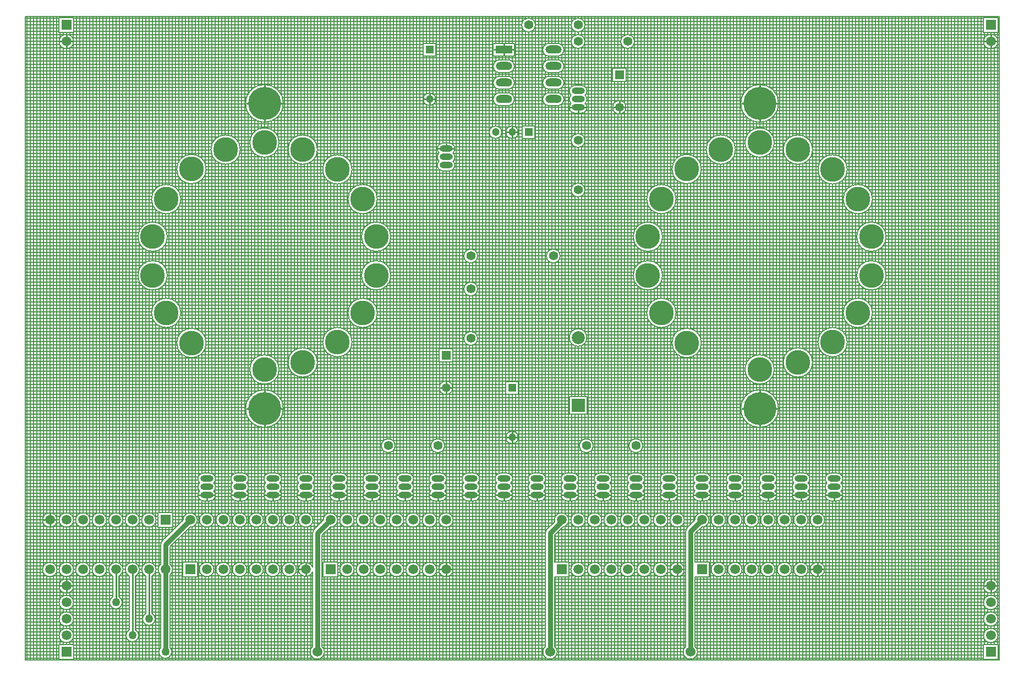
<source format=gbl>
G04 Layer_Physical_Order=2*
G04 Layer_Color=16711680*
%FSLAX25Y25*%
%MOIN*%
G70*
G01*
G75*
%ADD10C,0.00800*%
%ADD12C,0.01000*%
%ADD13C,0.03000*%
%ADD14C,0.15000*%
%ADD15C,0.20000*%
%ADD16C,0.06000*%
%ADD17C,0.05905*%
%ADD18R,0.05905X0.05905*%
%ADD19C,0.05512*%
%ADD20C,0.05315*%
%ADD21R,0.05315X0.05315*%
%ADD22R,0.04724X0.04724*%
%ADD23C,0.04724*%
%ADD24R,0.04724X0.04724*%
%ADD25O,0.07874X0.03937*%
%ADD26O,0.07874X0.03937*%
%ADD27O,0.10000X0.05000*%
%ADD28R,0.10000X0.05000*%
%ADD29C,0.07874*%
%ADD30R,0.07874X0.07874*%
%ADD31C,0.05000*%
D10*
X794353Y430000D02*
G03*
X794353Y430000I-4353J0D01*
G01*
X703100Y352500D02*
G03*
X703100Y352500I-8900J0D01*
G01*
X718400Y334500D02*
G03*
X718400Y334500I-8900J0D01*
G01*
X682100Y364500D02*
G03*
X682100Y364500I-8900J0D01*
G01*
X661400Y392500D02*
G03*
X661400Y392500I-11400J0D01*
G01*
X658900Y368750D02*
G03*
X658900Y368750I-8900J0D01*
G01*
X635400Y364500D02*
G03*
X635400Y364500I-8900J0D01*
G01*
X614700Y352700D02*
G03*
X614700Y352700I-8900J0D01*
G01*
X726600Y311700D02*
G03*
X726600Y311700I-8900J0D01*
G01*
Y288300D02*
G03*
X726600Y288300I-8900J0D01*
G01*
X718400Y265500D02*
G03*
X718400Y265500I-8900J0D01*
G01*
X703100Y247800D02*
G03*
X703100Y247800I-8900J0D01*
G01*
X682100Y235500D02*
G03*
X682100Y235500I-8900J0D01*
G01*
X700337Y165000D02*
G03*
X696969Y168368I-3368J0D01*
G01*
X693032D02*
G03*
X690774Y162500I0J-3368D01*
G01*
X699226D02*
G03*
X700337Y165000I-2258J2500D01*
G01*
X680337D02*
G03*
X676968Y168368I-3368J0D01*
G01*
X614700Y247300D02*
G03*
X614700Y247300I-8900J0D01*
G01*
X658900Y231250D02*
G03*
X658900Y231250I-8900J0D01*
G01*
X661400Y207500D02*
G03*
X661400Y207500I-11400J0D01*
G01*
X660337Y165000D02*
G03*
X656968Y168368I-3368J0D01*
G01*
X659226Y162500D02*
G03*
X660337Y165000I-2258J2500D01*
G01*
X640337D02*
G03*
X636969Y168368I-3368J0D01*
G01*
X639226Y162500D02*
G03*
X640337Y165000I-2258J2500D01*
G01*
X620337D02*
G03*
X616968Y168368I-3368J0D01*
G01*
X633032D02*
G03*
X630774Y162500I0J-3368D01*
G01*
X613031Y168368D02*
G03*
X610774Y162500I0J-3368D01*
G01*
X574156Y430000D02*
G03*
X574156Y430000I-4156J0D01*
G01*
X544156Y440000D02*
G03*
X544156Y440000I-4156J0D01*
G01*
Y430000D02*
G03*
X544156Y430000I-4156J0D01*
G01*
X531400Y425000D02*
G03*
X527500Y428900I-3900J0D01*
G01*
Y421100D02*
G03*
X531400Y425000I0J3900D01*
G01*
Y415000D02*
G03*
X527500Y418900I-3900J0D01*
G01*
Y411100D02*
G03*
X531400Y415000I0J3900D01*
G01*
Y405000D02*
G03*
X527500Y408900I-3900J0D01*
G01*
Y401100D02*
G03*
X531400Y405000I0J3900D01*
G01*
X569058Y390158D02*
G03*
X569058Y390158I-4058J0D01*
G01*
X538031Y403369D02*
G03*
X535774Y397500I0J-3368D01*
G01*
X545337Y400000D02*
G03*
X541968Y403369I-3368J0D01*
G01*
X544226Y397500D02*
G03*
X545337Y400000I-2258J2500D01*
G01*
Y395000D02*
G03*
X544226Y397500I-3368J0D01*
G01*
Y392500D02*
G03*
X545337Y395000I-2258J2500D01*
G01*
X535774Y397500D02*
G03*
X535774Y392500I2258J-2500D01*
G01*
X545337Y390000D02*
G03*
X544226Y392500I-3368J0D01*
G01*
X535774D02*
G03*
X538031Y386631I2258J-2500D01*
G01*
X531400Y395000D02*
G03*
X527500Y398900I-3900J0D01*
G01*
Y391100D02*
G03*
X531400Y395000I0J3900D01*
G01*
X522500Y428900D02*
G03*
X522500Y421100I0J-3900D01*
G01*
X514156Y440000D02*
G03*
X514156Y440000I-4156J0D01*
G01*
X522500Y418900D02*
G03*
X522500Y411100I0J-3900D01*
G01*
X501400Y415000D02*
G03*
X497500Y418900I-3900J0D01*
G01*
Y411100D02*
G03*
X501400Y415000I0J3900D01*
G01*
X492500Y418900D02*
G03*
X492500Y411100I0J-3900D01*
G01*
X522500Y408900D02*
G03*
X522500Y401100I0J-3900D01*
G01*
X501400Y405000D02*
G03*
X497500Y408900I-3900J0D01*
G01*
X522500Y398900D02*
G03*
X522500Y391100I0J-3900D01*
G01*
X497500Y401100D02*
G03*
X501400Y405000I0J3900D01*
G01*
X492500Y408900D02*
G03*
X492500Y401100I0J-3900D01*
G01*
X501400Y395000D02*
G03*
X497500Y398900I-3900J0D01*
G01*
Y391100D02*
G03*
X501400Y395000I0J3900D01*
G01*
X492500Y398900D02*
G03*
X492500Y391100I0J-3900D01*
G01*
X599400Y334500D02*
G03*
X599400Y334500I-8900J0D01*
G01*
X591200Y311700D02*
G03*
X591200Y311700I-8900J0D01*
G01*
Y288300D02*
G03*
X591200Y288300I-8900J0D01*
G01*
X599400Y265500D02*
G03*
X599400Y265500I-8900J0D01*
G01*
X541968Y386631D02*
G03*
X545337Y390000I0J3368D01*
G01*
X600337Y165000D02*
G03*
X596969Y168368I-3368J0D01*
G01*
X599226Y162500D02*
G03*
X600337Y165000I-2258J2500D01*
G01*
X579156Y185000D02*
G03*
X579156Y185000I-4156J0D01*
G01*
X580337Y165000D02*
G03*
X576968Y168368I-3368J0D01*
G01*
X579226Y162500D02*
G03*
X580337Y165000I-2258J2500D01*
G01*
X549156Y185000D02*
G03*
X549156Y185000I-4156J0D01*
G01*
X559226Y162500D02*
G03*
X560337Y165000I-2258J2500D01*
G01*
X553031Y168368D02*
G03*
X550774Y162500I0J-3368D01*
G01*
X560337Y165000D02*
G03*
X556968Y168368I-3368J0D01*
G01*
X544156Y370000D02*
G03*
X544156Y370000I-4156J0D01*
G01*
Y340000D02*
G03*
X544156Y340000I-4156J0D01*
G01*
X529156Y300000D02*
G03*
X529156Y300000I-4156J0D01*
G01*
X503762Y375000D02*
G03*
X503762Y375000I-3762J0D01*
G01*
X493762D02*
G03*
X493762Y375000I-3762J0D01*
G01*
X479156Y300000D02*
G03*
X479156Y300000I-4156J0D01*
G01*
Y280000D02*
G03*
X479156Y280000I-4156J0D01*
G01*
X545337Y250590D02*
G03*
X545337Y250590I-5337J0D01*
G01*
X520337Y165000D02*
G03*
X516968Y168368I-3368J0D01*
G01*
X540337Y165000D02*
G03*
X536969Y168368I-3368J0D01*
G01*
X519226Y162500D02*
G03*
X520337Y165000I-2258J2500D01*
G01*
X503762Y190000D02*
G03*
X503762Y190000I-3762J0D01*
G01*
X479156Y250000D02*
G03*
X479156Y250000I-4156J0D01*
G01*
X500337Y165000D02*
G03*
X496969Y168368I-3368J0D01*
G01*
X499226Y162500D02*
G03*
X500337Y165000I-2258J2500D01*
G01*
X480337D02*
G03*
X476968Y168368I-3368J0D01*
G01*
X700337Y160000D02*
G03*
X699226Y162500I-3368J0D01*
G01*
Y157500D02*
G03*
X700337Y160000I-2258J2500D01*
G01*
X700337Y155000D02*
G03*
X699226Y157500I-3368J0D01*
G01*
X690774Y162500D02*
G03*
X690774Y157500I2258J-2500D01*
G01*
D02*
G03*
X693032Y151631I2258J-2500D01*
G01*
X696969D02*
G03*
X700337Y155000I0J3368D01*
G01*
X679226Y162500D02*
G03*
X680337Y165000I-2258J2500D01*
G01*
Y160000D02*
G03*
X679226Y162500I-3368J0D01*
G01*
Y157500D02*
G03*
X680337Y160000I-2258J2500D01*
G01*
X673032Y168368D02*
G03*
X670774Y162500I0J-3368D01*
G01*
D02*
G03*
X670774Y157500I2258J-2500D01*
G01*
X680337Y155000D02*
G03*
X679226Y157500I-3368J0D01*
G01*
X676968Y151631D02*
G03*
X680337Y155000I0J3368D01*
G01*
X670774Y157500D02*
G03*
X673032Y151631I2258J-2500D01*
G01*
X679353Y140000D02*
G03*
X679353Y140000I-4353J0D01*
G01*
X689353D02*
G03*
X689353Y140000I-4353J0D01*
G01*
X660337Y160000D02*
G03*
X659226Y162500I-3368J0D01*
G01*
Y157500D02*
G03*
X660337Y160000I-2258J2500D01*
G01*
X653031Y168368D02*
G03*
X650774Y162500I0J-3368D01*
G01*
X640337Y160000D02*
G03*
X639226Y162500I-3368J0D01*
G01*
X650774D02*
G03*
X650774Y157500I2258J-2500D01*
G01*
X639226D02*
G03*
X640337Y160000I-2258J2500D01*
G01*
X660337Y155000D02*
G03*
X659226Y157500I-3368J0D01*
G01*
X656968Y151631D02*
G03*
X660337Y155000I0J3368D01*
G01*
X640337D02*
G03*
X639226Y157500I-3368J0D01*
G01*
X650774D02*
G03*
X653031Y151631I2258J-2500D01*
G01*
X630774Y162500D02*
G03*
X630774Y157500I2258J-2500D01*
G01*
D02*
G03*
X633032Y151631I2258J-2500D01*
G01*
X619226Y162500D02*
G03*
X620337Y165000I-2258J2500D01*
G01*
Y160000D02*
G03*
X619226Y162500I-3368J0D01*
G01*
Y157500D02*
G03*
X620337Y160000I-2258J2500D01*
G01*
X610774Y157500D02*
G03*
X613031Y151631I2258J-2500D01*
G01*
X620337Y155000D02*
G03*
X619226Y157500I-3368J0D01*
G01*
X636969Y151631D02*
G03*
X640337Y155000I0J3368D01*
G01*
X616968Y151631D02*
G03*
X620337Y155000I0J3368D01*
G01*
X669353Y140000D02*
G03*
X669353Y140000I-4353J0D01*
G01*
X659353D02*
G03*
X659353Y140000I-4353J0D01*
G01*
X649353D02*
G03*
X649353Y140000I-4353J0D01*
G01*
X639353D02*
G03*
X639353Y140000I-4353J0D01*
G01*
X619353D02*
G03*
X610654Y139755I-4353J0D01*
G01*
X629353Y140000D02*
G03*
X629353Y140000I-4353J0D01*
G01*
X614755Y135654D02*
G03*
X619353Y140000I245J4346D01*
G01*
X794353Y100000D02*
G03*
X794353Y100000I-4353J0D01*
G01*
X689353Y110000D02*
G03*
X689353Y110000I-4353J0D01*
G01*
X669353D02*
G03*
X669353Y110000I-4353J0D01*
G01*
X679353D02*
G03*
X679353Y110000I-4353J0D01*
G01*
X794353Y90000D02*
G03*
X794353Y90000I-4353J0D01*
G01*
Y80000D02*
G03*
X794353Y80000I-4353J0D01*
G01*
Y70000D02*
G03*
X794353Y70000I-4353J0D01*
G01*
X659353Y110000D02*
G03*
X659353Y110000I-4353J0D01*
G01*
X649353D02*
G03*
X649353Y110000I-4353J0D01*
G01*
X639353D02*
G03*
X639353Y110000I-4353J0D01*
G01*
X629353D02*
G03*
X629353Y110000I-4353J0D01*
G01*
X612400Y60000D02*
G03*
X610900Y63309I-4400J0D01*
G01*
X605100D02*
G03*
X612400Y60000I2900J-3309D01*
G01*
X610774Y162500D02*
G03*
X610774Y157500I2258J-2500D01*
G01*
X600337Y160000D02*
G03*
X599226Y162500I-3368J0D01*
G01*
Y157500D02*
G03*
X600337Y160000I-2258J2500D01*
G01*
X593032Y168368D02*
G03*
X590774Y162500I0J-3368D01*
G01*
D02*
G03*
X590774Y157500I2258J-2500D01*
G01*
X579226D02*
G03*
X580337Y160000I-2258J2500D01*
G01*
D02*
G03*
X579226Y162500I-3368J0D01*
G01*
X600337Y155000D02*
G03*
X599226Y157500I-3368J0D01*
G01*
X580337Y155000D02*
G03*
X579226Y157500I-3368J0D01*
G01*
X573032Y168368D02*
G03*
X570774Y162500I0J-3368D01*
G01*
D02*
G03*
X570774Y157500I2258J-2500D01*
G01*
X559226D02*
G03*
X560337Y160000I-2258J2500D01*
G01*
D02*
G03*
X559226Y162500I-3368J0D01*
G01*
X550774D02*
G03*
X550774Y157500I2258J-2500D01*
G01*
X540337Y160000D02*
G03*
X539226Y162500I-3368J0D01*
G01*
X560337Y155000D02*
G03*
X559226Y157500I-3368J0D01*
G01*
X540337Y155000D02*
G03*
X539226Y157500I-3368J0D01*
G01*
X596969Y151631D02*
G03*
X600337Y155000I0J3368D01*
G01*
X590774Y157500D02*
G03*
X593032Y151631I2258J-2500D01*
G01*
X576968D02*
G03*
X580337Y155000I0J3368D01*
G01*
X604353Y140000D02*
G03*
X604353Y140000I-4353J0D01*
G01*
X584353D02*
G03*
X584353Y140000I-4353J0D01*
G01*
X594353D02*
G03*
X594353Y140000I-4353J0D01*
G01*
X570774Y157500D02*
G03*
X573032Y151631I2258J-2500D01*
G01*
X556968D02*
G03*
X560337Y155000I0J3368D01*
G01*
X550774Y157500D02*
G03*
X553031Y151631I2258J-2500D01*
G01*
X574353Y140000D02*
G03*
X574353Y140000I-4353J0D01*
G01*
X554353D02*
G03*
X554353Y140000I-4353J0D01*
G01*
X564353D02*
G03*
X564353Y140000I-4353J0D01*
G01*
X533032Y168368D02*
G03*
X530774Y162500I0J-3368D01*
G01*
X539226D02*
G03*
X540337Y165000I-2258J2500D01*
G01*
X530774Y162500D02*
G03*
X530774Y157500I2258J-2500D01*
G01*
X539226D02*
G03*
X540337Y160000I-2258J2500D01*
G01*
X513031Y168368D02*
G03*
X510774Y162500I0J-3368D01*
G01*
X520337Y160000D02*
G03*
X519226Y162500I-3368J0D01*
G01*
Y157500D02*
G03*
X520337Y160000I-2258J2500D01*
G01*
X510774Y162500D02*
G03*
X510774Y157500I2258J-2500D01*
G01*
X520337Y155000D02*
G03*
X519226Y157500I-3368J0D01*
G01*
X493032Y168368D02*
G03*
X490774Y162500I0J-3368D01*
G01*
X500337Y160000D02*
G03*
X499226Y162500I-3368J0D01*
G01*
X490774D02*
G03*
X490774Y157500I2258J-2500D01*
G01*
X499226D02*
G03*
X500337Y160000I-2258J2500D01*
G01*
X479226Y162500D02*
G03*
X480337Y165000I-2258J2500D01*
G01*
X473032Y168368D02*
G03*
X470774Y162500I0J-3368D01*
G01*
X480337Y160000D02*
G03*
X479226Y162500I-3368J0D01*
G01*
Y157500D02*
G03*
X480337Y160000I-2258J2500D01*
G01*
X470774Y162500D02*
G03*
X470774Y157500I2258J-2500D01*
G01*
X500337Y155000D02*
G03*
X499226Y157500I-3368J0D01*
G01*
X480337Y155000D02*
G03*
X479226Y157500I-3368J0D01*
G01*
X536969Y151631D02*
G03*
X540337Y155000I0J3368D01*
G01*
X530774Y157500D02*
G03*
X533032Y151631I2258J-2500D01*
G01*
X516968D02*
G03*
X520337Y155000I0J3368D01*
G01*
X510774Y157500D02*
G03*
X513031Y151631I2258J-2500D01*
G01*
X544353Y140000D02*
G03*
X544353Y140000I-4353J0D01*
G01*
X534353D02*
G03*
X525791Y138892I-4353J0D01*
G01*
X496969Y151631D02*
G03*
X500337Y155000I0J3368D01*
G01*
X490774Y157500D02*
G03*
X493032Y151631I2258J-2500D01*
G01*
X476968D02*
G03*
X480337Y155000I0J3368D01*
G01*
X470774Y157500D02*
G03*
X473032Y151631I2258J-2500D01*
G01*
X605949Y135051D02*
G03*
X605100Y133000I2051J-2051D01*
G01*
X605949Y135051D02*
G03*
X605100Y133000I2051J-2051D01*
G01*
X594353Y110000D02*
G03*
X594353Y110000I-4353J0D01*
G01*
X604353D02*
G03*
X604353Y110000I-4353J0D01*
G01*
X584353D02*
G03*
X584353Y110000I-4353J0D01*
G01*
X574353D02*
G03*
X574353Y110000I-4353J0D01*
G01*
X530828Y135727D02*
G03*
X534353Y140000I-828J4273D01*
G01*
X520949Y134051D02*
G03*
X520100Y132000I2051J-2051D01*
G01*
X520949Y134051D02*
G03*
X520100Y132000I2051J-2051D01*
G01*
X564353Y110000D02*
G03*
X564353Y110000I-4353J0D01*
G01*
X554353D02*
G03*
X554353Y110000I-4353J0D01*
G01*
X544353D02*
G03*
X544353Y110000I-4353J0D01*
G01*
X527400Y60000D02*
G03*
X525900Y63309I-4400J0D01*
G01*
X520100D02*
G03*
X527400Y60000I2900J-3309D01*
G01*
X465337Y365000D02*
G03*
X461969Y368369I-3368J0D01*
G01*
X464226Y362500D02*
G03*
X465337Y365000I-2258J2500D01*
G01*
Y360000D02*
G03*
X464226Y362500I-3368J0D01*
G01*
X464226Y357500D02*
G03*
X465337Y360000I-2258J2500D01*
G01*
X465337Y355000D02*
G03*
X464226Y357500I-3368J0D01*
G01*
X461969Y351631D02*
G03*
X465337Y355000I0J3368D01*
G01*
X458032Y368369D02*
G03*
X455774Y362500I0J-3368D01*
G01*
X455774Y357500D02*
G03*
X458032Y351631I2258J-2500D01*
G01*
X455774Y362500D02*
G03*
X455774Y357500I2258J-2500D01*
G01*
X453762Y395000D02*
G03*
X453762Y395000I-3762J0D01*
G01*
X418400Y334500D02*
G03*
X418400Y334500I-8900J0D01*
G01*
X426600Y311700D02*
G03*
X426600Y311700I-8900J0D01*
G01*
Y288300D02*
G03*
X426600Y288300I-8900J0D01*
G01*
X403100Y352500D02*
G03*
X403100Y352500I-8900J0D01*
G01*
X464057Y220158D02*
G03*
X464057Y220158I-4058J0D01*
G01*
X460337Y165000D02*
G03*
X456968Y168368I-3368J0D01*
G01*
X429156Y185000D02*
G03*
X429156Y185000I-4156J0D01*
G01*
X459156D02*
G03*
X459156Y185000I-4156J0D01*
G01*
X440337Y165000D02*
G03*
X436969Y168368I-3368J0D01*
G01*
X459226Y162500D02*
G03*
X460337Y165000I-2258J2500D01*
G01*
Y160000D02*
G03*
X459226Y162500I-3368J0D01*
G01*
Y157500D02*
G03*
X460337Y160000I-2258J2500D01*
G01*
X453031Y168368D02*
G03*
X450774Y162500I0J-3368D01*
G01*
X440337Y160000D02*
G03*
X439226Y162500I-3368J0D01*
G01*
X450774D02*
G03*
X450774Y157500I2258J-2500D01*
G01*
X460337Y155000D02*
G03*
X459226Y157500I-3368J0D01*
G01*
X456968Y151631D02*
G03*
X460337Y155000I0J3368D01*
G01*
X450774Y157500D02*
G03*
X453031Y151631I2258J-2500D01*
G01*
X439226Y162500D02*
G03*
X440337Y165000I-2258J2500D01*
G01*
X433032Y168368D02*
G03*
X430774Y162500I0J-3368D01*
G01*
X439226Y157500D02*
G03*
X440337Y160000I-2258J2500D01*
G01*
X430774Y162500D02*
G03*
X430774Y157500I2258J-2500D01*
G01*
X419226Y162500D02*
G03*
X420337Y165000I-2258J2500D01*
G01*
Y160000D02*
G03*
X419226Y162500I-3368J0D01*
G01*
Y157500D02*
G03*
X420337Y160000I-2258J2500D01*
G01*
X440337Y155000D02*
G03*
X439226Y157500I-3368J0D01*
G01*
X436969Y151631D02*
G03*
X440337Y155000I0J3368D01*
G01*
X420337D02*
G03*
X419226Y157500I-3368J0D01*
G01*
X430774D02*
G03*
X433032Y151631I2258J-2500D01*
G01*
X418400Y265500D02*
G03*
X418400Y265500I-8900J0D01*
G01*
X403100Y247800D02*
G03*
X403100Y247800I-8900J0D01*
G01*
X413031Y168368D02*
G03*
X410774Y162500I0J-3368D01*
G01*
X420337Y165000D02*
G03*
X416968Y168368I-3368J0D01*
G01*
X410774Y162500D02*
G03*
X410774Y157500I2258J-2500D01*
G01*
X416968Y151631D02*
G03*
X420337Y155000I0J3368D01*
G01*
X410774Y157500D02*
G03*
X413031Y151631I2258J-2500D01*
G01*
X400337Y165000D02*
G03*
X396969Y168368I-3368J0D01*
G01*
X399226Y162500D02*
G03*
X400337Y165000I-2258J2500D01*
G01*
Y160000D02*
G03*
X399226Y162500I-3368J0D01*
G01*
X393032Y168368D02*
G03*
X390774Y162500I0J-3368D01*
G01*
D02*
G03*
X390774Y157500I2258J-2500D01*
G01*
X399226D02*
G03*
X400337Y160000I-2258J2500D01*
G01*
X400337Y155000D02*
G03*
X399226Y157500I-3368J0D01*
G01*
X396969Y151631D02*
G03*
X400337Y155000I0J3368D01*
G01*
X390774Y157500D02*
G03*
X393032Y151631I2258J-2500D01*
G01*
X361400Y392500D02*
G03*
X361400Y392500I-11400J0D01*
G01*
X382100Y364500D02*
G03*
X382100Y364500I-8900J0D01*
G01*
X358900Y368750D02*
G03*
X358900Y368750I-8900J0D01*
G01*
X335400Y364500D02*
G03*
X335400Y364500I-8900J0D01*
G01*
X234353Y430000D02*
G03*
X234353Y430000I-4353J0D01*
G01*
X314700Y352700D02*
G03*
X314700Y352700I-8900J0D01*
G01*
X299400Y334500D02*
G03*
X299400Y334500I-8900J0D01*
G01*
X291200Y311700D02*
G03*
X291200Y311700I-8900J0D01*
G01*
X382100Y235500D02*
G03*
X382100Y235500I-8900J0D01*
G01*
X380337Y165000D02*
G03*
X376969Y168368I-3368J0D01*
G01*
X379226Y162500D02*
G03*
X380337Y165000I-2258J2500D01*
G01*
X361400Y207500D02*
G03*
X361400Y207500I-11400J0D01*
G01*
X359226Y162500D02*
G03*
X360337Y165000I-2258J2500D01*
G01*
X358900Y231250D02*
G03*
X358900Y231250I-8900J0D01*
G01*
X360337Y165000D02*
G03*
X356968Y168368I-3368J0D01*
G01*
X340337Y165000D02*
G03*
X336968Y168368I-3368J0D01*
G01*
X353031D02*
G03*
X350774Y162500I0J-3368D01*
G01*
X339226D02*
G03*
X340337Y165000I-2258J2500D01*
G01*
X380337Y160000D02*
G03*
X379226Y162500I-3368J0D01*
G01*
Y157500D02*
G03*
X380337Y160000I-2258J2500D01*
G01*
X373031Y168368D02*
G03*
X370774Y162500I0J-3368D01*
G01*
D02*
G03*
X370774Y157500I2258J-2500D01*
G01*
X359226D02*
G03*
X360337Y160000I-2258J2500D01*
G01*
X380337Y155000D02*
G03*
X379226Y157500I-3368J0D01*
G01*
X376969Y151631D02*
G03*
X380337Y155000I0J3368D01*
G01*
X370774Y157500D02*
G03*
X373031Y151631I2258J-2500D01*
G01*
X360337Y160000D02*
G03*
X359226Y162500I-3368J0D01*
G01*
X350774D02*
G03*
X350774Y157500I2258J-2500D01*
G01*
X340337Y160000D02*
G03*
X339226Y162500I-3368J0D01*
G01*
Y157500D02*
G03*
X340337Y160000I-2258J2500D01*
G01*
X340337Y155000D02*
G03*
X339226Y157500I-3368J0D01*
G01*
X360337Y155000D02*
G03*
X359226Y157500I-3368J0D01*
G01*
X356968Y151631D02*
G03*
X360337Y155000I0J3368D01*
G01*
X350774Y157500D02*
G03*
X353031Y151631I2258J-2500D01*
G01*
X336968D02*
G03*
X340337Y155000I0J3368D01*
G01*
X299400Y265500D02*
G03*
X299400Y265500I-8900J0D01*
G01*
X314700Y247300D02*
G03*
X314700Y247300I-8900J0D01*
G01*
X291200Y288300D02*
G03*
X291200Y288300I-8900J0D01*
G01*
X333032Y168368D02*
G03*
X330774Y162500I0J-3368D01*
G01*
X320337Y165000D02*
G03*
X316968Y168368I-3368J0D01*
G01*
X319226Y162500D02*
G03*
X320337Y165000I-2258J2500D01*
G01*
X330774Y162500D02*
G03*
X330774Y157500I2258J-2500D01*
G01*
D02*
G03*
X333032Y151631I2258J-2500D01*
G01*
X320337Y160000D02*
G03*
X319226Y162500I-3368J0D01*
G01*
Y157500D02*
G03*
X320337Y160000I-2258J2500D01*
G01*
X316968Y151631D02*
G03*
X320337Y155000I0J3368D01*
G01*
X313032Y168368D02*
G03*
X310774Y162500I0J-3368D01*
G01*
D02*
G03*
X310774Y157500I2258J-2500D01*
G01*
X320337Y155000D02*
G03*
X319226Y157500I-3368J0D01*
G01*
X310774D02*
G03*
X313032Y151631I2258J-2500D01*
G01*
X464353Y140000D02*
G03*
X464353Y140000I-4353J0D01*
G01*
X454353D02*
G03*
X454353Y140000I-4353J0D01*
G01*
X444353D02*
G03*
X444353Y140000I-4353J0D01*
G01*
X434353D02*
G03*
X434353Y140000I-4353J0D01*
G01*
X424353D02*
G03*
X424353Y140000I-4353J0D01*
G01*
X414353D02*
G03*
X414353Y140000I-4353J0D01*
G01*
X404353D02*
G03*
X404353Y140000I-4353J0D01*
G01*
X394353D02*
G03*
X385654Y139755I-4353J0D01*
G01*
X389755Y135654D02*
G03*
X394353Y140000I245J4346D01*
G01*
X379949Y134051D02*
G03*
X379100Y132000I2051J-2051D01*
G01*
X379353Y140000D02*
G03*
X379353Y140000I-4353J0D01*
G01*
X379949Y134051D02*
G03*
X379100Y132000I2051J-2051D01*
G01*
X369353Y140000D02*
G03*
X369353Y140000I-4353J0D01*
G01*
X359353D02*
G03*
X359353Y140000I-4353J0D01*
G01*
X339353D02*
G03*
X339353Y140000I-4353J0D01*
G01*
X349353D02*
G03*
X349353Y140000I-4353J0D01*
G01*
X329353D02*
G03*
X329353Y140000I-4353J0D01*
G01*
X434353Y110000D02*
G03*
X434353Y110000I-4353J0D01*
G01*
X424353D02*
G03*
X424353Y110000I-4353J0D01*
G01*
X414353D02*
G03*
X414353Y110000I-4353J0D01*
G01*
X404353D02*
G03*
X404353Y110000I-4353J0D01*
G01*
X464353D02*
G03*
X464353Y110000I-4353J0D01*
G01*
X454353D02*
G03*
X454353Y110000I-4353J0D01*
G01*
X444353D02*
G03*
X444353Y110000I-4353J0D01*
G01*
X386400Y60000D02*
G03*
X384900Y63309I-4400J0D01*
G01*
X379100Y111462D02*
G03*
X379100Y108538I-4100J-1462D01*
G01*
X369353Y110000D02*
G03*
X369353Y110000I-4353J0D01*
G01*
X349353D02*
G03*
X349353Y110000I-4353J0D01*
G01*
X359353D02*
G03*
X359353Y110000I-4353J0D01*
G01*
X339353D02*
G03*
X339353Y110000I-4353J0D01*
G01*
X329353D02*
G03*
X329353Y110000I-4353J0D01*
G01*
X379100Y63309D02*
G03*
X386400Y60000I2900J-3309D01*
G01*
X319353Y140000D02*
G03*
X319353Y140000I-4353J0D01*
G01*
X309353D02*
G03*
X300654Y139755I-4353J0D01*
G01*
X304755Y135654D02*
G03*
X309353Y140000I245J4346D01*
G01*
X274353D02*
G03*
X274353Y140000I-4353J0D01*
G01*
X284353D02*
G03*
X284353Y140000I-4353J0D01*
G01*
X319353Y110000D02*
G03*
X319353Y110000I-4353J0D01*
G01*
X294353D02*
G03*
X292900Y113246I-4353J0D01*
G01*
X287949Y127051D02*
G03*
X287100Y125000I2051J-2051D01*
G01*
X287949Y127051D02*
G03*
X287100Y125000I2051J-2051D01*
G01*
Y113246D02*
G03*
X287100Y106754I2900J-3246D01*
G01*
X274353Y110000D02*
G03*
X268100Y106084I-4353J0D01*
G01*
X284353Y110000D02*
G03*
X278100Y106084I-4353J0D01*
G01*
X271900D02*
G03*
X274353Y110000I-1900J3916D01*
G01*
X264353Y140000D02*
G03*
X264353Y140000I-4353J0D01*
G01*
X244353D02*
G03*
X244353Y140000I-4353J0D01*
G01*
X254353D02*
G03*
X254353Y140000I-4353J0D01*
G01*
X234353D02*
G03*
X234353Y140000I-4353J0D01*
G01*
X224353D02*
G03*
X224353Y140000I-4353J0D01*
G01*
X254353Y110000D02*
G03*
X254353Y110000I-4353J0D01*
G01*
X264353D02*
G03*
X258100Y106084I-4353J0D01*
G01*
X244353Y110000D02*
G03*
X244353Y110000I-4353J0D01*
G01*
X234353D02*
G03*
X234353Y110000I-4353J0D01*
G01*
X224353D02*
G03*
X224353Y110000I-4353J0D01*
G01*
X292900Y106754D02*
G03*
X294353Y110000I-2900J3246D01*
G01*
X281900Y106084D02*
G03*
X284353Y110000I-1900J3916D01*
G01*
X261900Y106084D02*
G03*
X264353Y110000I-1900J3916D01*
G01*
X263900Y90000D02*
G03*
X261900Y93406I-3900J0D01*
G01*
X258100D02*
G03*
X263900Y90000I1900J-3406D01*
G01*
X283900Y80000D02*
G03*
X281900Y83406I-3900J0D01*
G01*
X293900Y60000D02*
G03*
X292900Y62608I-3900J0D01*
G01*
X287100D02*
G03*
X293900Y60000I2900J-2608D01*
G01*
X278100Y83406D02*
G03*
X283900Y80000I1900J-3406D01*
G01*
X273900Y70000D02*
G03*
X271900Y73406I-3900J0D01*
G01*
X268100D02*
G03*
X273900Y70000I1900J-3406D01*
G01*
X234353Y100000D02*
G03*
X234353Y100000I-4353J0D01*
G01*
Y90000D02*
G03*
X234353Y90000I-4353J0D01*
G01*
Y80000D02*
G03*
X234353Y80000I-4353J0D01*
G01*
Y70000D02*
G03*
X234353Y70000I-4353J0D01*
G01*
X794353Y442000D02*
X795000D01*
X794353Y440000D02*
X795000D01*
X794000Y444353D02*
Y445000D01*
X794353Y444000D02*
X795000D01*
X794353Y438000D02*
X795000D01*
X794353Y436000D02*
X795000D01*
X794353Y435647D02*
Y444353D01*
Y430000D02*
X795000D01*
X791716Y434000D02*
X795000D01*
X793866Y432000D02*
X795000D01*
X785647Y444353D02*
X794353D01*
X785647Y435647D02*
X794353D01*
X793866Y428000D02*
X795000D01*
X677992Y372000D02*
X795000D01*
X680197Y370000D02*
X795000D01*
X791716Y426000D02*
X795000D01*
X661389Y392000D02*
X795000D01*
X681973Y366000D02*
X795000D01*
X682086Y364000D02*
X795000D01*
X681383Y368000D02*
X795000D01*
X660849Y396000D02*
X795000D01*
X661301Y394000D02*
X795000D01*
X658586Y400000D02*
X795000D01*
X659985Y398000D02*
X795000D01*
X660474Y388000D02*
X795000D01*
X659365Y386000D02*
X795000D01*
X661123Y390000D02*
X795000D01*
X790000Y444353D02*
Y445000D01*
X792000Y444353D02*
Y445000D01*
X786000Y444353D02*
Y445000D01*
X788000Y444353D02*
Y445000D01*
X680000Y370242D02*
Y445000D01*
X682000Y365830D02*
Y445000D01*
X676000Y372948D02*
Y445000D01*
X678000Y371995D02*
Y445000D01*
X672000Y373319D02*
Y445000D01*
X674000Y373364D02*
Y445000D01*
X658000Y400622D02*
Y445000D01*
X660000Y397974D02*
Y445000D01*
X668000Y371723D02*
Y445000D01*
X670000Y372805D02*
Y445000D01*
X666000Y369732D02*
Y445000D01*
X792000Y433866D02*
Y435647D01*
X794000Y431716D02*
Y435647D01*
X788000Y433866D02*
Y435647D01*
X790000Y434353D02*
Y435647D01*
X786000Y431716D02*
Y435647D01*
X785647D02*
Y444353D01*
X658000Y372650D02*
Y384378D01*
X658285Y372000D02*
X668408D01*
X658812Y370000D02*
X666203D01*
X658868Y368000D02*
X665017D01*
X658464Y366000D02*
X664427D01*
X716000Y340580D02*
Y445000D01*
X718000Y337138D02*
Y445000D01*
X712000Y343042D02*
Y445000D01*
X714000Y342179D02*
Y445000D01*
X724000Y317986D02*
Y445000D01*
X726000Y314913D02*
Y445000D01*
X720000Y320298D02*
Y445000D01*
X722000Y319492D02*
Y445000D01*
X710000Y343386D02*
Y445000D01*
X681742Y362000D02*
X795000D01*
X700000Y359251D02*
Y445000D01*
X702000Y356786D02*
Y445000D01*
X706000Y342683D02*
Y445000D01*
X708000Y343273D02*
Y445000D01*
X704000Y341497D02*
Y445000D01*
X703086Y352000D02*
X795000D01*
X702742Y350000D02*
X795000D01*
X702383Y356000D02*
X795000D01*
X702973Y354000D02*
X795000D01*
X701878Y348000D02*
X795000D01*
X714292Y342000D02*
X795000D01*
X702000Y339292D02*
Y348214D01*
X700280Y346000D02*
X795000D01*
X696838Y344000D02*
X795000D01*
X698992Y360000D02*
X795000D01*
X701197Y358000D02*
X795000D01*
X700000Y254551D02*
Y345749D01*
X696000Y361216D02*
Y445000D01*
X698000Y360548D02*
Y445000D01*
X692000Y361124D02*
Y445000D01*
X694000Y361398D02*
Y445000D01*
X688000Y358885D02*
Y445000D01*
X690000Y360347D02*
Y445000D01*
X686000Y355960D02*
Y445000D01*
X682000Y236830D02*
Y363170D01*
X680878Y360000D02*
X689408D01*
X679280Y358000D02*
X687203D01*
X680000Y241242D02*
Y358758D01*
X660000Y212974D02*
Y387026D01*
X666000Y240732D02*
Y359268D01*
X658000Y235150D02*
Y364850D01*
X698000Y255848D02*
Y344452D01*
X696000Y256516D02*
Y343784D01*
X692000Y256424D02*
Y343876D01*
X694000Y256698D02*
Y343602D01*
X688000Y254185D02*
Y346115D01*
X690000Y255647D02*
Y344653D01*
X686000Y251260D02*
Y349040D01*
X676000Y243948D02*
Y356052D01*
X675838Y356000D02*
X686017D01*
X672000Y244319D02*
Y355681D01*
X674000Y244364D02*
Y355636D01*
X678000Y242995D02*
Y357005D01*
X670000Y243805D02*
Y356195D01*
X668000Y242723D02*
Y357277D01*
X543643Y438000D02*
X785647D01*
X571128Y434000D02*
X788283D01*
X543643Y442000D02*
X785647D01*
X544156Y440000D02*
X785647D01*
X573643Y432000D02*
X786134D01*
X571128Y426000D02*
X788283D01*
X574156Y430000D02*
X785647D01*
X573643Y428000D02*
X786134D01*
X531270Y424000D02*
X795000D01*
X529992Y422000D02*
X795000D01*
X541128Y444000D02*
X785647D01*
X541128Y436000D02*
X785647D01*
X531270Y416000D02*
X795000D01*
X531270Y414000D02*
X795000D01*
X529992Y418000D02*
X795000D01*
X656302Y402000D02*
X795000D01*
X657597Y384000D02*
X795000D01*
X654440Y382000D02*
X795000D01*
X655162Y376000D02*
X795000D01*
X657187Y374000D02*
X795000D01*
X656000Y375323D02*
Y382807D01*
X569058Y408000D02*
X795000D01*
X569058Y406000D02*
X795000D01*
X569058Y412000D02*
X795000D01*
X569058Y410000D02*
X795000D01*
X531270Y404000D02*
X795000D01*
X513762Y378000D02*
X795000D01*
X652000Y403723D02*
Y445000D01*
X654000Y403175D02*
Y445000D01*
X648000Y403723D02*
Y445000D01*
X650000Y403900D02*
Y445000D01*
X656000Y402193D02*
Y445000D01*
X644000Y402193D02*
Y445000D01*
X646000Y403175D02*
Y445000D01*
X642000Y400622D02*
Y445000D01*
X544679Y402000D02*
X643698D01*
X545337Y400000D02*
X641414D01*
X544679Y398000D02*
X640015D01*
X640000Y397974D02*
Y445000D01*
X545185Y396000D02*
X639151D01*
X626000Y373386D02*
Y445000D01*
X652000Y377422D02*
Y381277D01*
X648000Y377422D02*
Y381277D01*
X650000Y377650D02*
Y381100D01*
X646000Y376700D02*
Y381825D01*
X654000Y376700D02*
Y381825D01*
X644000Y375323D02*
Y382807D01*
X569054Y390000D02*
X638877D01*
X566303Y394000D02*
X638699D01*
X568615Y392000D02*
X638611D01*
X513762Y376000D02*
X644838D01*
X541128Y374000D02*
X642813D01*
X568436Y388000D02*
X639526D01*
X657526Y364000D02*
X664314D01*
X655801Y362000D02*
X664658D01*
X642000Y372650D02*
Y384378D01*
X654000Y239200D02*
Y360800D01*
X656000Y237823D02*
Y362177D01*
X646000Y239200D02*
Y360800D01*
X642000Y235150D02*
Y364850D01*
X644000Y237823D02*
Y362177D01*
X631292Y372000D02*
X641715D01*
X635273Y366000D02*
X641536D01*
X633497Y370000D02*
X641188D01*
X634683Y368000D02*
X641132D01*
X635042Y362000D02*
X644199D01*
X635386Y364000D02*
X642474D01*
X632580Y358000D02*
X667121D01*
X629138Y356000D02*
X670562D01*
X634178Y360000D02*
X648373D01*
X651627D02*
X665521D01*
X652000Y239922D02*
Y360078D01*
X650000Y240150D02*
Y359850D01*
X648000Y239922D02*
Y360078D01*
X614281Y350000D02*
X685658D01*
X613358Y348000D02*
X686521D01*
X614605Y354000D02*
X685427D01*
X614672Y352000D02*
X685314D01*
X607676Y344000D02*
X691562D01*
X595292Y342000D02*
X704708D01*
X611658Y346000D02*
X688121D01*
X630000Y372683D02*
Y445000D01*
X632000Y371497D02*
Y445000D01*
X624000Y373042D02*
Y445000D01*
X628000Y373273D02*
Y445000D01*
X638000Y168207D02*
Y445000D01*
X640000Y212974D02*
Y387026D01*
X634000Y369292D02*
Y445000D01*
X636000Y168368D02*
Y445000D01*
X622000Y372179D02*
Y445000D01*
X543643Y372000D02*
X621708D01*
X618000Y367138D02*
Y445000D01*
X620000Y370580D02*
Y445000D01*
X616000Y168368D02*
Y445000D01*
X614000Y356160D02*
Y445000D01*
X634000Y168368D02*
Y359708D01*
X632000Y168207D02*
Y357503D01*
X614066Y356000D02*
X623862D01*
X614000Y250760D02*
Y349240D01*
X620000Y166469D02*
Y358420D01*
X630000Y166469D02*
Y356317D01*
X618000Y168207D02*
Y361862D01*
X544156Y370000D02*
X619503D01*
X610891Y360000D02*
X618821D01*
X543643Y368000D02*
X618317D01*
X541128Y366000D02*
X617727D01*
X612950Y358000D02*
X620421D01*
X612000Y253685D02*
Y346315D01*
X723986Y318000D02*
X795000D01*
X725492Y316000D02*
X795000D01*
X718386Y334000D02*
X795000D01*
X720913Y320000D02*
X795000D01*
X726436Y310000D02*
X795000D01*
X725794Y308000D02*
X795000D01*
X726298Y314000D02*
X795000D01*
X726595Y312000D02*
X795000D01*
X718273Y336000D02*
X795000D01*
X718042Y332000D02*
X795000D01*
X716497Y340000D02*
X795000D01*
X717683Y338000D02*
X795000D01*
X715580Y328000D02*
X795000D01*
X712138Y326000D02*
X795000D01*
X717178Y330000D02*
X795000D01*
X722163Y296000D02*
X795000D01*
X724535Y294000D02*
X795000D01*
X724535Y306000D02*
X795000D01*
X722163Y304000D02*
X795000D01*
X726436Y290000D02*
X795000D01*
X726595Y288000D02*
X795000D01*
X725794Y292000D02*
X795000D01*
X717178Y270000D02*
X795000D01*
X718042Y268000D02*
X795000D01*
X712138Y274000D02*
X795000D01*
X715580Y272000D02*
X795000D01*
X718273Y264000D02*
X795000D01*
X717683Y262000D02*
X795000D01*
X718386Y266000D02*
X795000D01*
X718000Y320595D02*
Y331862D01*
X716000Y320436D02*
Y328420D01*
X714000Y319794D02*
Y326821D01*
X712000Y318535D02*
Y325958D01*
X726000Y291512D02*
Y308488D01*
X724000Y294586D02*
Y305414D01*
X712000Y295135D02*
Y304865D01*
X722000Y296092D02*
Y303908D01*
X710000Y316163D02*
Y325614D01*
X708000Y274273D02*
Y325727D01*
X710000Y292763D02*
Y307237D01*
X704000Y272497D02*
Y327503D01*
X706000Y273683D02*
Y326317D01*
X702000Y270292D02*
Y329708D01*
X726298Y286000D02*
X795000D01*
X725492Y284000D02*
X795000D01*
X720000Y296898D02*
Y303102D01*
X718000Y297195D02*
Y302805D01*
X723986Y282000D02*
X795000D01*
X720913Y280000D02*
X795000D01*
X718000Y268138D02*
Y279405D01*
X716000Y297036D02*
Y302964D01*
X714000Y296394D02*
Y303606D01*
X710000Y274386D02*
Y283837D01*
X714000Y273179D02*
Y280206D01*
X716000Y271580D02*
Y279564D01*
X712000Y274042D02*
Y281465D01*
X702047Y252000D02*
X795000D01*
X702824Y250000D02*
X795000D01*
X716497Y260000D02*
X795000D01*
X714292Y258000D02*
X795000D01*
X702248Y244000D02*
X795000D01*
X700951Y242000D02*
X795000D01*
X703098Y248000D02*
X795000D01*
X702916Y246000D02*
X795000D01*
X700585Y254000D02*
X795000D01*
X698486Y240000D02*
X795000D01*
X697660Y256000D02*
X795000D01*
X681742Y238000D02*
X795000D01*
X682086Y236000D02*
X795000D01*
X680197Y230000D02*
X795000D01*
X677992Y228000D02*
X795000D01*
X681973Y234000D02*
X795000D01*
X681383Y232000D02*
X795000D01*
X700185Y166000D02*
X795000D01*
X700185Y164000D02*
X795000D01*
X698500Y168000D02*
X795000D01*
X661123Y210000D02*
X795000D01*
X661389Y208000D02*
X795000D01*
X659365Y214000D02*
X795000D01*
X660474Y212000D02*
X795000D01*
X660849Y204000D02*
X795000D01*
X659985Y202000D02*
X795000D01*
X661301Y206000D02*
X795000D01*
X702000Y252086D02*
Y260708D01*
X696000Y168368D02*
Y239084D01*
X680878Y240000D02*
X689914D01*
X694000Y168368D02*
Y238902D01*
X700000Y166469D02*
Y241049D01*
X698000Y168207D02*
Y239752D01*
X690000Y166469D02*
Y239953D01*
X692000Y168207D02*
Y239176D01*
X675838Y244000D02*
X686152D01*
X679280Y242000D02*
X687449D01*
X676000Y168368D02*
Y227052D01*
X680000Y166469D02*
Y229758D01*
X678000Y168207D02*
Y228005D01*
X670000Y166469D02*
Y227195D01*
X693032Y168368D02*
X696969D01*
X678501Y168000D02*
X691500D01*
X680185Y166000D02*
X689815D01*
X680185Y164000D02*
X689815D01*
X674000Y168368D02*
Y226636D01*
X673032Y168368D02*
X676968D01*
X672000Y168207D02*
Y226681D01*
X660000Y166469D02*
Y202026D01*
X660185Y166000D02*
X669815D01*
X660185Y164000D02*
X669815D01*
X590092Y316000D02*
X709908D01*
X590898Y314000D02*
X709102D01*
X596580Y328000D02*
X703420D01*
X593138Y326000D02*
X706862D01*
X590394Y308000D02*
X709606D01*
X589135Y306000D02*
X710865D01*
X591195Y312000D02*
X708805D01*
X591036Y310000D02*
X708964D01*
X585512Y320000D02*
X714488D01*
X528643Y302000D02*
X795000D01*
X588587Y318000D02*
X711413D01*
X586763Y304000D02*
X713237D01*
X529156Y300000D02*
X795000D01*
X528643Y298000D02*
X795000D01*
X586763Y296000D02*
X713237D01*
X591036Y290000D02*
X708964D01*
X590898Y286000D02*
X709102D01*
X591195Y288000D02*
X708805D01*
X593138Y274000D02*
X706862D01*
X595292Y258000D02*
X704708D01*
X657187Y226000D02*
X795000D01*
X596580Y272000D02*
X703420D01*
X589135Y294000D02*
X710865D01*
X588587Y282000D02*
X711413D01*
X590394Y292000D02*
X709606D01*
X590092Y284000D02*
X709908D01*
X478643Y278000D02*
X795000D01*
X476128Y276000D02*
X795000D01*
X585512Y280000D02*
X714488D01*
X599042Y332000D02*
X700958D01*
X599042Y268000D02*
X700958D01*
X599273Y336000D02*
X700727D01*
X599386Y334000D02*
X700614D01*
X599386Y266000D02*
X700614D01*
X599273Y264000D02*
X700727D01*
X607676Y256000D02*
X690740D01*
X611658Y254000D02*
X687815D01*
X597497Y340000D02*
X702503D01*
X598178Y330000D02*
X701822D01*
X598683Y338000D02*
X701317D01*
X598178Y270000D02*
X701822D01*
X598683Y262000D02*
X701317D01*
X597497Y260000D02*
X702503D01*
X651627Y240000D02*
X665521D01*
X655801Y238000D02*
X664658D01*
X657526Y236000D02*
X664314D01*
X658464Y234000D02*
X664427D01*
X658812Y230000D02*
X666203D01*
X658285Y228000D02*
X668408D01*
X658868Y232000D02*
X665017D01*
X613358Y252000D02*
X686353D01*
X614281Y250000D02*
X685576D01*
X614672Y248000D02*
X685302D01*
X614605Y246000D02*
X685484D01*
X614066Y244000D02*
X670562D01*
X612950Y242000D02*
X667121D01*
X610891Y240000D02*
X648373D01*
X655162Y224000D02*
X795000D01*
X654440Y218000D02*
X795000D01*
X656000Y217193D02*
Y224677D01*
X657597Y216000D02*
X795000D01*
X658586Y200000D02*
X795000D01*
X656302Y198000D02*
X795000D01*
X658000Y215622D02*
Y227350D01*
Y168207D02*
Y199378D01*
X503762Y222000D02*
X795000D01*
X503762Y220000D02*
X795000D01*
X652000Y218723D02*
Y222578D01*
X654000Y218175D02*
Y223300D01*
X656000Y168368D02*
Y197807D01*
X653031Y168368D02*
X656968D01*
X654000D02*
Y196825D01*
X652000Y168207D02*
Y196277D01*
X658500Y168000D02*
X671499D01*
X577876Y188000D02*
X795000D01*
X579034Y186000D02*
X795000D01*
X503187Y192000D02*
X795000D01*
X503762Y190000D02*
X795000D01*
X579034Y184000D02*
X795000D01*
X577876Y182000D02*
X795000D01*
X638500Y168000D02*
X651500D01*
X648000Y218723D02*
Y222578D01*
X650000Y218900D02*
Y222350D01*
X644000Y217193D02*
Y224677D01*
X646000Y218175D02*
Y223300D01*
X642000Y215622D02*
Y227350D01*
X503762Y218000D02*
X645560D01*
X545337Y214000D02*
X640635D01*
X545337Y212000D02*
X639526D01*
X545337Y210000D02*
X638877D01*
X545337Y208000D02*
X638611D01*
X545337Y206000D02*
X638699D01*
X614000Y168368D02*
Y243840D01*
X650000Y166469D02*
Y196100D01*
X640185Y166000D02*
X649815D01*
X640000Y166469D02*
Y202026D01*
X633032Y168368D02*
X636969D01*
X640185Y164000D02*
X649815D01*
X618501Y168000D02*
X631499D01*
X620185Y166000D02*
X629815D01*
X613031Y168368D02*
X616968D01*
X620185Y164000D02*
X629815D01*
X572000Y433643D02*
Y445000D01*
X574000Y431128D02*
Y445000D01*
X568000Y433643D02*
Y445000D01*
X570000Y434156D02*
Y445000D01*
X566000Y431128D02*
Y445000D01*
X562000Y413900D02*
Y445000D01*
X564000Y413900D02*
Y445000D01*
X541128Y434000D02*
X568872D01*
X544000Y441128D02*
Y445000D01*
X542000Y433643D02*
Y436357D01*
X543643Y432000D02*
X566357D01*
X544000Y431128D02*
Y438872D01*
X568000Y413900D02*
Y426357D01*
X560943Y413900D02*
X569058D01*
X544156Y430000D02*
X565844D01*
X566000Y413900D02*
Y428872D01*
X569058Y405785D02*
Y413900D01*
X560943Y405785D02*
X569058D01*
X560943D02*
Y413900D01*
X543643Y428000D02*
X566357D01*
X541128Y426000D02*
X568872D01*
X529992Y412000D02*
X560943D01*
X529992Y408000D02*
X560943D01*
X544000Y402687D02*
Y428872D01*
X531270Y406000D02*
X560943D01*
X542000Y403368D02*
Y426357D01*
X540000Y444156D02*
Y445000D01*
X542000Y443643D02*
Y445000D01*
X536000Y441128D02*
Y445000D01*
X538000Y443643D02*
Y445000D01*
Y433643D02*
Y436357D01*
X540000Y434156D02*
Y435844D01*
X536000Y431128D02*
Y438872D01*
X538000Y403368D02*
Y426357D01*
X530000Y427993D02*
Y445000D01*
X529992Y428000D02*
X536357D01*
X526000Y428900D02*
Y445000D01*
X528000Y428868D02*
Y445000D01*
X536000Y402687D02*
Y428872D01*
X531270Y426000D02*
X538872D01*
X530000Y417993D02*
Y422007D01*
Y407993D02*
Y412007D01*
X528000Y418868D02*
Y421132D01*
Y408868D02*
Y411132D01*
X540000Y403369D02*
Y425844D01*
X538031Y403369D02*
X541968D01*
X529992Y402000D02*
X535321D01*
X526000Y418900D02*
Y421100D01*
Y408900D02*
Y411100D01*
X606000Y361598D02*
Y445000D01*
X608000Y361324D02*
Y445000D01*
X602000Y360748D02*
Y445000D01*
X604000Y361416D02*
Y445000D01*
X610000Y360547D02*
Y445000D01*
X612000Y359085D02*
Y445000D01*
X598000Y356986D02*
Y445000D01*
X600000Y359451D02*
Y445000D01*
X592000Y343273D02*
Y445000D01*
X594000Y342683D02*
Y445000D01*
X588000Y343042D02*
Y445000D01*
X590000Y343386D02*
Y445000D01*
X586000Y342179D02*
Y445000D01*
X596000Y341497D02*
Y445000D01*
X584000Y340580D02*
Y445000D01*
X580000Y320298D02*
Y445000D01*
X582000Y337138D02*
Y445000D01*
X576000Y317986D02*
Y445000D01*
X578000Y319492D02*
Y445000D01*
X574000Y314913D02*
Y428872D01*
X572000Y187876D02*
Y426357D01*
X570000Y166469D02*
Y425844D01*
X564000Y394090D02*
Y405785D01*
X566000Y394090D02*
Y405785D01*
X562000Y392889D02*
Y405785D01*
X545185Y394000D02*
X563697D01*
X568000Y392889D02*
Y405785D01*
X554000Y168368D02*
Y445000D01*
X556000Y168368D02*
Y445000D01*
X546000Y189034D02*
Y445000D01*
X548000Y187876D02*
Y445000D01*
X558000Y168207D02*
Y445000D01*
X560000Y166469D02*
Y445000D01*
X550000Y166469D02*
Y445000D01*
X552000Y168207D02*
Y445000D01*
X530000Y397993D02*
Y402007D01*
X528000Y398868D02*
Y401132D01*
X534000Y168368D02*
Y445000D01*
X532000Y168207D02*
Y445000D01*
X531270Y396000D02*
X534815D01*
X544679Y392000D02*
X561385D01*
X529992Y398000D02*
X535321D01*
X529992Y392000D02*
X535321D01*
X531270Y394000D02*
X534815D01*
X530000Y166469D02*
Y392007D01*
X528000Y302876D02*
Y391132D01*
X513643Y442000D02*
X536357D01*
X514156Y440000D02*
X535844D01*
X514000Y441128D02*
Y445000D01*
X522500Y428900D02*
X527500D01*
X524000D02*
Y445000D01*
X520000Y427993D02*
Y445000D01*
X522000Y428868D02*
Y445000D01*
X511128Y444000D02*
X538872D01*
X511128Y436000D02*
X538872D01*
X512000Y443643D02*
Y445000D01*
X513643Y438000D02*
X536357D01*
X501400Y428000D02*
X520008D01*
X501400Y426000D02*
X518730D01*
X522500Y421100D02*
X527500D01*
X522500Y418900D02*
X527500D01*
X522000Y418868D02*
Y421132D01*
X524000Y418900D02*
Y421100D01*
X522500Y411100D02*
X527500D01*
X522500Y408900D02*
X527500D01*
X520000Y417993D02*
Y422007D01*
X501400Y422000D02*
X520008D01*
X499992Y418000D02*
X520008D01*
X501400Y424000D02*
X518730D01*
X501270Y416000D02*
X518730D01*
X499992Y412000D02*
X520008D01*
X501270Y414000D02*
X518730D01*
X508000Y443643D02*
Y445000D01*
X510000Y444156D02*
Y445000D01*
X500000Y428900D02*
Y445000D01*
X506000Y441128D02*
Y445000D01*
X498000Y428900D02*
Y445000D01*
X501400Y421100D02*
Y428900D01*
X496000D02*
Y445000D01*
X494000Y428900D02*
Y445000D01*
X488600Y428900D02*
X501400D01*
X490000D02*
Y445000D01*
X492000Y428900D02*
Y445000D01*
X488600Y421100D02*
Y428900D01*
X498000Y418868D02*
Y421100D01*
X500000Y417993D02*
Y421100D01*
X496000Y418900D02*
Y421100D01*
X494000Y408900D02*
Y411100D01*
X488600Y421100D02*
X501400D01*
X492500Y418900D02*
X497500D01*
X492000Y418868D02*
Y421100D01*
X494000Y418900D02*
Y421100D01*
X492500Y411100D02*
X497500D01*
X490000Y417993D02*
Y421100D01*
X524000Y408900D02*
Y411100D01*
X520000Y407993D02*
Y412007D01*
X522000Y408868D02*
Y411132D01*
X516000Y168368D02*
Y445000D01*
X518000Y168207D02*
Y445000D01*
X514000Y168368D02*
Y438872D01*
X512000Y378762D02*
Y436357D01*
X499992Y408000D02*
X520008D01*
X501270Y406000D02*
X518730D01*
X501270Y404000D02*
X518730D01*
X508000Y378762D02*
Y436357D01*
X510000Y378762D02*
Y435844D01*
X502000Y378187D02*
Y445000D01*
X522500Y401100D02*
X527500D01*
X522500Y398900D02*
X527500D01*
X524000D02*
Y401100D01*
X526000Y398900D02*
Y401100D01*
X522000Y398868D02*
Y401132D01*
Y302876D02*
Y391132D01*
X520000Y166469D02*
Y392007D01*
X499992Y402000D02*
X520008D01*
X499992Y398000D02*
X520008D01*
X520000Y397993D02*
Y402007D01*
X501270Y396000D02*
X518730D01*
X499992Y392000D02*
X520008D01*
X501270Y394000D02*
X518730D01*
X498000Y408868D02*
Y411132D01*
X492500Y408900D02*
X497500D01*
X492000Y408868D02*
Y411132D01*
X496000Y408900D02*
Y411100D01*
X500000Y407993D02*
Y412007D01*
X490000Y407993D02*
Y412007D01*
X478000Y302876D02*
Y445000D01*
X488000Y378187D02*
Y445000D01*
X474000Y304034D02*
Y445000D01*
X476000Y304034D02*
Y445000D01*
X472000Y302876D02*
Y445000D01*
X480000Y166469D02*
Y445000D01*
X470000Y166469D02*
Y445000D01*
X500000Y397993D02*
Y402007D01*
X498000Y398868D02*
Y401132D01*
X494000Y398900D02*
Y401100D01*
X496000Y398900D02*
Y401100D01*
X500000Y378762D02*
Y392007D01*
X492500Y401100D02*
X497500D01*
X492500Y398900D02*
X497500D01*
X490000Y397993D02*
Y402007D01*
X492000Y398868D02*
Y401132D01*
Y378187D02*
Y391132D01*
X490000Y378762D02*
Y392007D01*
X604000Y256016D02*
Y343984D01*
X606000Y256198D02*
Y343802D01*
X598000Y339292D02*
Y348414D01*
Y270292D02*
Y329708D01*
X610000Y255147D02*
Y344853D01*
X608000Y255924D02*
Y344076D01*
X600000Y254051D02*
Y345949D01*
X602000Y255348D02*
Y344652D01*
X541128Y344000D02*
X603924D01*
X543643Y342000D02*
X585708D01*
X584000Y320436D02*
Y328420D01*
X596000Y272497D02*
Y327503D01*
X594000Y273683D02*
Y326317D01*
X586000Y319794D02*
Y326821D01*
X590000Y316163D02*
Y325614D01*
Y292763D02*
Y307237D01*
X588000Y318535D02*
Y325958D01*
Y295135D02*
Y304865D01*
X592000Y274273D02*
Y325727D01*
X590000Y274386D02*
Y283837D01*
X588000Y274042D02*
Y281465D01*
X586000Y296394D02*
Y303606D01*
X584000Y297036D02*
Y302964D01*
X586000Y273179D02*
Y280206D01*
X584000Y271580D02*
Y279564D01*
X545337Y390000D02*
X560946D01*
X544679Y388000D02*
X561564D01*
X544000Y371128D02*
Y387313D01*
Y341128D02*
Y368872D01*
X542000Y343643D02*
Y366357D01*
X538031Y386631D02*
X541968D01*
X542000Y373643D02*
Y386632D01*
X540000Y374156D02*
Y386631D01*
Y344156D02*
Y365844D01*
X582000Y320595D02*
Y331862D01*
Y297195D02*
Y302805D01*
X578000Y296092D02*
Y303908D01*
X580000Y296898D02*
Y303102D01*
X576000Y294586D02*
Y305414D01*
X582000Y268138D02*
Y279405D01*
X574000Y291512D02*
Y308488D01*
X544156Y340000D02*
X583503D01*
X543643Y338000D02*
X582317D01*
X541128Y336000D02*
X581727D01*
X540000Y255928D02*
Y335844D01*
X544000Y254124D02*
Y338872D01*
X542000Y255539D02*
Y336357D01*
X538000Y255539D02*
Y336357D01*
X598000Y251586D02*
Y260708D01*
X612000Y168207D02*
Y240915D01*
X596000Y168368D02*
Y258503D01*
X594000Y168368D02*
Y257317D01*
X598000Y168207D02*
Y243014D01*
X600000Y166469D02*
Y240549D01*
X592000Y168207D02*
Y256727D01*
X590000Y166469D02*
Y256614D01*
X544106Y254000D02*
X599942D01*
X545148Y252000D02*
X598242D01*
X545304Y250000D02*
X597319D01*
X544666Y248000D02*
X596928D01*
X580000Y166469D02*
Y279702D01*
X542722Y246000D02*
X596995D01*
X578000Y187876D02*
Y280508D01*
X610000Y166469D02*
Y239453D01*
X598500Y168000D02*
X611500D01*
X593032Y168368D02*
X596969D01*
X600185Y166000D02*
X609815D01*
X600185Y164000D02*
X609815D01*
X578501Y168000D02*
X591500D01*
X580185Y166000D02*
X589815D01*
X578000Y168207D02*
Y182124D01*
X580185Y164000D02*
X589815D01*
X574000Y189034D02*
Y285087D01*
X576000Y189034D02*
Y282014D01*
X544000Y214746D02*
Y247057D01*
X545337Y204072D02*
Y214746D01*
X547876Y188000D02*
X572124D01*
X572000Y168207D02*
Y182124D01*
X549034Y186000D02*
X570966D01*
X549034Y184000D02*
X570966D01*
X542000Y214746D02*
Y245642D01*
X544000Y189034D02*
Y204072D01*
X540000Y214746D02*
Y245253D01*
X542000Y187876D02*
Y204072D01*
X540000Y166469D02*
Y204072D01*
X538000Y168207D02*
Y204072D01*
X576000Y168368D02*
Y180966D01*
X573032Y168368D02*
X576968D01*
X574000D02*
Y180966D01*
X558500Y168000D02*
X571499D01*
X560185Y166000D02*
X569815D01*
X560185Y164000D02*
X569815D01*
X547876Y182000D02*
X572124D01*
X553031Y168368D02*
X556968D01*
X538500Y168000D02*
X551500D01*
X540185Y166000D02*
X549815D01*
X540185Y164000D02*
X549815D01*
X536000Y371128D02*
Y387313D01*
X538000Y373643D02*
Y386632D01*
Y343643D02*
Y366357D01*
X536000Y341128D02*
Y368872D01*
Y254124D02*
Y338872D01*
X513762Y374000D02*
X538872D01*
X513762Y372000D02*
X536357D01*
X522500Y391100D02*
X527500D01*
X506238Y378762D02*
X513762D01*
X526000Y304034D02*
Y391100D01*
X465337Y360000D02*
X600709D01*
X524000Y304034D02*
Y391100D01*
X526128Y304000D02*
X577837D01*
X526128Y296000D02*
X577837D01*
X479156Y300000D02*
X520844D01*
X478643Y298000D02*
X521357D01*
X479156Y280000D02*
X579087D01*
X479156Y250000D02*
X534696D01*
X476128Y304000D02*
X523872D01*
X476128Y284000D02*
X574508D01*
X478643Y302000D02*
X521357D01*
X476128Y296000D02*
X523872D01*
X478643Y282000D02*
X576014D01*
X476128Y254000D02*
X535894D01*
X478643Y252000D02*
X534853D01*
X502270Y378000D02*
X506238D01*
X503627Y376000D02*
X506238D01*
X513762Y371238D02*
Y378762D01*
X503627Y374000D02*
X506238D01*
Y371238D02*
Y378762D01*
X498000Y378187D02*
Y391132D01*
X492270Y378000D02*
X497730D01*
X492500Y391100D02*
X497500D01*
X493627Y376000D02*
X496373D01*
X502270Y372000D02*
X506238D01*
Y371238D02*
X513762D01*
X493627Y374000D02*
X496373D01*
X492270Y372000D02*
X497730D01*
X478000Y282876D02*
Y297124D01*
Y252876D02*
Y277124D01*
X476000Y284034D02*
Y295966D01*
X472000Y282876D02*
Y297124D01*
X474000Y284034D02*
Y295966D01*
Y254034D02*
Y275966D01*
X476000Y254034D02*
Y275966D01*
X472000Y252876D02*
Y277124D01*
X534663Y214746D02*
X545337D01*
X536000D02*
Y247057D01*
X538000Y214746D02*
Y245642D01*
X536000Y168368D02*
Y204072D01*
X534663D02*
X545337D01*
X512000Y168207D02*
Y371238D01*
X534663Y204072D02*
Y214746D01*
X478643Y248000D02*
X535334D01*
X476128Y246000D02*
X537278D01*
X502000Y223762D02*
Y371813D01*
X496238Y223762D02*
X503762D01*
X510000Y166469D02*
Y371238D01*
X496238Y216238D02*
X503762D01*
Y223762D01*
X533032Y168368D02*
X536969D01*
X518501Y168000D02*
X531499D01*
X520185Y166000D02*
X529815D01*
X520185Y164000D02*
X529815D01*
X503187Y188000D02*
X542124D01*
X513031Y168368D02*
X516968D01*
X498500Y168000D02*
X511500D01*
X500185Y166000D02*
X509815D01*
X500185Y164000D02*
X509815D01*
X500000Y223762D02*
Y371238D01*
Y193762D02*
Y216238D01*
X498000Y223762D02*
Y371813D01*
X496238Y216238D02*
Y223762D01*
X496000Y168368D02*
Y391100D01*
X498000Y193187D02*
Y216238D01*
X494000Y168368D02*
Y391100D01*
X492000Y168207D02*
Y371813D01*
X474000Y168368D02*
Y245966D01*
X476000Y168368D02*
Y245966D01*
X490000Y166469D02*
Y371238D01*
X478000Y168207D02*
Y247124D01*
X472000Y168207D02*
Y247124D01*
X502000Y193187D02*
Y216238D01*
X498000Y168207D02*
Y186813D01*
X500000Y166469D02*
Y186238D01*
X493032Y168368D02*
X496969D01*
X473032D02*
X476968D01*
X478501Y168000D02*
X491500D01*
X480185Y166000D02*
X489815D01*
X480185Y164000D02*
X489815D01*
X699679Y162000D02*
X795000D01*
X700337Y160000D02*
X795000D01*
X700000Y161469D02*
Y163531D01*
X699679Y158000D02*
X795000D01*
X700000Y156469D02*
Y158531D01*
X679679Y162000D02*
X690321D01*
X690000Y161469D02*
Y163531D01*
X679679Y158000D02*
X690321D01*
X690000Y156469D02*
Y158531D01*
X680185Y156000D02*
X689815D01*
X700185D02*
X795000D01*
X700185Y154000D02*
X795000D01*
X698500Y152000D02*
X795000D01*
X693032Y151631D02*
X696969D01*
X686717Y144000D02*
X795000D01*
X680185Y154000D02*
X689815D01*
X678500Y152000D02*
X691500D01*
X689353Y140000D02*
X795000D01*
X688866Y138000D02*
X795000D01*
X688866Y142000D02*
X795000D01*
X680337Y160000D02*
X689663D01*
X680000Y161469D02*
Y163531D01*
Y156469D02*
Y158531D01*
X686000Y144236D02*
Y244340D01*
X688000Y143154D02*
Y241415D01*
X684000Y144236D02*
Y445000D01*
X682000Y143154D02*
Y234170D01*
X670000Y161469D02*
Y163531D01*
Y156469D02*
Y158531D01*
X676717Y144000D02*
X683284D01*
X678000Y143154D02*
Y151793D01*
X676000Y144236D02*
Y151631D01*
X678866Y142000D02*
X681134D01*
X678866Y138000D02*
X681134D01*
X679353Y140000D02*
X680647D01*
X673032Y151631D02*
X676968D01*
X674000Y144236D02*
Y151631D01*
X672000Y143154D02*
Y151793D01*
X776000Y55000D02*
Y445000D01*
X778000Y55000D02*
Y445000D01*
X772000Y55000D02*
Y445000D01*
X774000Y55000D02*
Y445000D01*
X784000Y55000D02*
Y445000D01*
X795000Y55000D02*
Y445000D01*
X780000Y55000D02*
Y445000D01*
X782000Y55000D02*
Y445000D01*
X750000Y55000D02*
Y445000D01*
X764000Y55000D02*
Y445000D01*
X746000Y55000D02*
Y445000D01*
X748000Y55000D02*
Y445000D01*
X768000Y55000D02*
Y445000D01*
X770000Y55000D02*
Y445000D01*
X766000Y55000D02*
Y445000D01*
X794000Y101716D02*
Y428284D01*
X792000Y103866D02*
Y426134D01*
X788000Y103866D02*
Y426134D01*
X790000Y104353D02*
Y425647D01*
X762000Y55000D02*
Y445000D01*
X786000Y101716D02*
Y428284D01*
X760000Y55000D02*
Y445000D01*
X744000Y55000D02*
Y445000D01*
X752000Y55000D02*
Y445000D01*
X740000Y55000D02*
Y445000D01*
X742000Y55000D02*
Y445000D01*
X756000Y55000D02*
Y445000D01*
X758000Y55000D02*
Y445000D01*
X754000Y55000D02*
Y445000D01*
X728000Y55000D02*
Y445000D01*
X730000Y55000D02*
Y445000D01*
X726000Y55000D02*
Y285087D01*
X724000Y55000D02*
Y282014D01*
X736000Y55000D02*
Y445000D01*
X738000Y55000D02*
Y445000D01*
X732000Y55000D02*
Y445000D01*
X734000Y55000D02*
Y445000D01*
X716000Y55000D02*
Y259420D01*
X714000Y55000D02*
Y257821D01*
X704000Y55000D02*
Y258503D01*
X706000Y55000D02*
Y257317D01*
X722000Y55000D02*
Y280508D01*
X720000Y55000D02*
Y279702D01*
X718000Y55000D02*
Y262862D01*
X702000Y55000D02*
Y243514D01*
X700000Y55000D02*
Y153531D01*
X698000Y55000D02*
Y151793D01*
X696000Y55000D02*
Y151631D01*
X712000Y55000D02*
Y256958D01*
X710000Y55000D02*
Y256614D01*
X708000Y55000D02*
Y256727D01*
X692000Y55000D02*
Y151793D01*
X694000Y55000D02*
Y151631D01*
X680000Y55000D02*
Y153531D01*
X690000Y55000D02*
Y153531D01*
X670000Y55000D02*
Y153531D01*
X659679Y162000D02*
X670321D01*
X650000Y161469D02*
Y163531D01*
X660000Y161469D02*
Y163531D01*
X660337Y160000D02*
X669663D01*
X659679Y158000D02*
X670321D01*
X660000Y156469D02*
Y158531D01*
X639679Y162000D02*
X650321D01*
X640337Y160000D02*
X649663D01*
X650000Y156469D02*
Y158531D01*
X660185Y156000D02*
X669815D01*
X660185Y154000D02*
X669815D01*
X658500Y152000D02*
X671500D01*
X639679Y158000D02*
X650321D01*
X640185Y156000D02*
X649815D01*
X638500Y152000D02*
X651500D01*
X640185Y154000D02*
X649815D01*
X640000Y161469D02*
Y163531D01*
X630000Y161469D02*
Y163531D01*
X620337Y160000D02*
X629663D01*
X640000Y156469D02*
Y158531D01*
X620000Y156469D02*
Y158531D01*
X630000Y156469D02*
Y158531D01*
X619679Y162000D02*
X630321D01*
X620000Y161469D02*
Y163531D01*
X619679Y158000D02*
X630321D01*
X620185Y156000D02*
X629815D01*
X620185Y154000D02*
X629815D01*
X618500Y152000D02*
X631500D01*
X598500D02*
X611500D01*
X613031Y151631D02*
X616968D01*
X664000Y144236D02*
Y445000D01*
X666000Y144236D02*
Y230268D01*
X654000Y144236D02*
Y151631D01*
X656000Y144236D02*
Y151631D01*
X662000Y143154D02*
Y445000D01*
X668000Y143154D02*
Y228277D01*
X660000Y55000D02*
Y153531D01*
X658000Y143154D02*
Y151793D01*
X652000Y143154D02*
Y151793D01*
X653031Y151631D02*
X656968D01*
X644000Y144236D02*
Y197807D01*
X646000Y144236D02*
Y196825D01*
X648000Y143154D02*
Y196277D01*
X650000Y55000D02*
Y153531D01*
X642000Y143154D02*
Y199378D01*
X666716Y144000D02*
X673283D01*
X668866Y142000D02*
X671134D01*
X656716Y144000D02*
X663283D01*
X658866Y142000D02*
X661134D01*
X669353Y140000D02*
X670647D01*
X659353D02*
X660647D01*
X646716Y144000D02*
X653284D01*
X648866Y142000D02*
X651134D01*
X636717Y144000D02*
X643284D01*
X649353Y140000D02*
X650647D01*
X648866Y138000D02*
X651134D01*
X638000Y143154D02*
Y151793D01*
X636000Y144236D02*
Y151631D01*
X626000Y144236D02*
Y355614D01*
X634000Y144236D02*
Y151631D01*
X640000Y55000D02*
Y153531D01*
X632000Y143154D02*
Y151793D01*
X628000Y143154D02*
Y355727D01*
X630000Y55000D02*
Y153531D01*
X622000Y143154D02*
Y356821D01*
X624000Y144236D02*
Y355958D01*
X614000Y144236D02*
Y151631D01*
X616000Y144236D02*
Y151631D01*
X620000Y55000D02*
Y153531D01*
X618000Y143154D02*
Y151793D01*
X612000Y143154D02*
Y151793D01*
X633032Y151631D02*
X636969D01*
X638866Y142000D02*
X641134D01*
X626717Y144000D02*
X633284D01*
X628866Y142000D02*
X631134D01*
X639353Y140000D02*
X640647D01*
X629353D02*
X630647D01*
X616716Y144000D02*
X623283D01*
X618866Y142000D02*
X621134D01*
X601717Y144000D02*
X613283D01*
X619353Y140000D02*
X620647D01*
X686717Y114000D02*
X795000D01*
X688866Y112000D02*
X795000D01*
X688000Y113154D02*
Y136846D01*
X689353Y110000D02*
X795000D01*
X688866Y108000D02*
X795000D01*
X686717Y106000D02*
X795000D01*
X686717Y136000D02*
X795000D01*
X686000Y114236D02*
Y135764D01*
X793866Y98000D02*
X795000D01*
X791716Y96000D02*
X795000D01*
X793866Y102000D02*
X795000D01*
X794353Y100000D02*
X795000D01*
X794000Y91716D02*
Y98283D01*
X793866Y92000D02*
X795000D01*
X792000Y93866D02*
Y96134D01*
X791716Y104000D02*
X795000D01*
X790000Y94353D02*
Y95647D01*
X791716Y94000D02*
X795000D01*
X788000Y93866D02*
Y96134D01*
X676717Y136000D02*
X683284D01*
X684000Y114236D02*
Y135764D01*
X668866Y138000D02*
X671134D01*
X676000Y114236D02*
Y135764D01*
X678000Y113154D02*
Y136846D01*
X682000Y113154D02*
Y136846D01*
X672000Y113154D02*
Y136846D01*
X674000Y114236D02*
Y135764D01*
X666716Y136000D02*
X673283D01*
X666000Y114236D02*
Y135764D01*
X658866Y138000D02*
X661134D01*
X664000Y114236D02*
Y135764D01*
X668000Y113154D02*
Y136846D01*
X662000Y113154D02*
Y136846D01*
X676717Y114000D02*
X683284D01*
X678866Y112000D02*
X681134D01*
X669353Y110000D02*
X670647D01*
X679353D02*
X680647D01*
X678866Y108000D02*
X681134D01*
X676717Y106000D02*
X683284D01*
X666716Y114000D02*
X673283D01*
X668866Y112000D02*
X671134D01*
X658866D02*
X661134D01*
X659353Y110000D02*
X660647D01*
X668866Y108000D02*
X671134D01*
X666716Y106000D02*
X673283D01*
X658866Y108000D02*
X661134D01*
X794353Y90000D02*
X795000D01*
X793866Y88000D02*
X795000D01*
X794000Y81717D02*
Y88283D01*
X793866Y82000D02*
X795000D01*
X794353Y80000D02*
X795000D01*
X793866Y78000D02*
X795000D01*
X794000Y71716D02*
Y78284D01*
X793866Y72000D02*
X795000D01*
X791716Y86000D02*
X795000D01*
X791716Y84000D02*
X795000D01*
X791716Y76000D02*
X795000D01*
X791716Y74000D02*
X795000D01*
X794353Y62000D02*
X795000D01*
X794353Y60000D02*
X795000D01*
X794353Y70000D02*
X795000D01*
X794353Y64000D02*
X795000D01*
X794353Y58000D02*
X795000D01*
X794353Y56000D02*
X795000D01*
X794353Y55647D02*
Y64353D01*
X793866Y68000D02*
X795000D01*
X791716Y66000D02*
X795000D01*
X794000Y64353D02*
Y68283D01*
X792000Y64353D02*
Y66134D01*
X785647Y64353D02*
X794353D01*
X785647Y55647D02*
X794353D01*
X794000Y55000D02*
Y55647D01*
X786000Y91716D02*
Y98283D01*
X788000Y83866D02*
Y86134D01*
X688000Y55000D02*
Y106846D01*
X786000Y81717D02*
Y88283D01*
X684000Y55000D02*
Y105764D01*
X686000Y55000D02*
Y105764D01*
X678000Y55000D02*
Y106846D01*
X682000Y55000D02*
Y106846D01*
X668000Y55000D02*
Y106846D01*
X666000Y55000D02*
Y105764D01*
X662000Y55000D02*
Y106846D01*
X664000Y55000D02*
Y105764D01*
X674000Y55000D02*
Y105764D01*
X676000Y55000D02*
Y105764D01*
X672000Y55000D02*
Y106846D01*
X792000Y83866D02*
Y86134D01*
Y73866D02*
Y76134D01*
X790000Y84353D02*
Y85647D01*
Y74353D02*
Y75647D01*
Y55000D02*
Y55647D01*
X792000Y55000D02*
Y55647D01*
X790000Y64353D02*
Y65647D01*
X788000Y73866D02*
Y76134D01*
Y64353D02*
Y66134D01*
X786000Y71716D02*
Y78284D01*
Y64353D02*
Y68283D01*
Y55000D02*
Y55647D01*
X788000Y55000D02*
Y55647D01*
X785647D02*
Y64353D01*
X656716Y136000D02*
X663283D01*
X656000Y114236D02*
Y135764D01*
X646716Y136000D02*
X653284D01*
X654000Y114236D02*
Y135764D01*
X652000Y113154D02*
Y136846D01*
X658000Y113154D02*
Y136846D01*
X648000Y113154D02*
Y136846D01*
X646000Y114236D02*
Y135764D01*
X611101Y132000D02*
X795000D01*
X610900Y130000D02*
X795000D01*
X636717Y136000D02*
X643284D01*
X613101Y134000D02*
X795000D01*
X644000Y114236D02*
Y135764D01*
X610900Y128000D02*
X795000D01*
X642000Y113154D02*
Y136846D01*
X646716Y114000D02*
X653284D01*
X656716D02*
X663283D01*
X648866Y112000D02*
X651134D01*
X649353Y110000D02*
X650647D01*
X648866Y108000D02*
X651134D01*
X656716Y106000D02*
X663283D01*
X638866Y108000D02*
X641134D01*
X610900Y122000D02*
X795000D01*
X610900Y120000D02*
X795000D01*
X610900Y126000D02*
X795000D01*
X610900Y124000D02*
X795000D01*
X610900Y118000D02*
X795000D01*
X610900Y116000D02*
X795000D01*
X636717Y114000D02*
X643284D01*
X638866Y138000D02*
X641134D01*
X636000Y114236D02*
Y135764D01*
X628866Y138000D02*
X631134D01*
X626717Y136000D02*
X633284D01*
X638000Y113154D02*
Y136846D01*
X634000Y114236D02*
Y135764D01*
X628000Y113154D02*
Y136846D01*
X632000Y113154D02*
Y136846D01*
X618866Y138000D02*
X621134D01*
X616716Y136000D02*
X623283D01*
X618000Y114353D02*
Y136846D01*
X616000Y114353D02*
Y135764D01*
X624000Y114236D02*
Y135764D01*
X626000Y114236D02*
Y135764D01*
X622000Y113154D02*
Y136846D01*
X626717Y114000D02*
X633284D01*
X638866Y112000D02*
X641134D01*
X619353Y114000D02*
X623283D01*
X628866Y112000D02*
X631134D01*
X639353Y110000D02*
X640647D01*
X628866Y108000D02*
X631134D01*
X629353Y110000D02*
X630647D01*
X610900Y131799D02*
X614755Y135654D01*
X610900Y114353D02*
X619353D01*
X614000D02*
Y134899D01*
X612000Y114353D02*
Y132899D01*
X619353Y112000D02*
X621134D01*
X619353Y108000D02*
X621134D01*
X619353Y110000D02*
X620647D01*
X610900Y104000D02*
X788283D01*
X610900Y102000D02*
X786134D01*
X610900Y100000D02*
X785647D01*
X658000Y55000D02*
Y106846D01*
X610900Y98000D02*
X786134D01*
X654000Y55000D02*
Y105764D01*
X656000Y55000D02*
Y105764D01*
X610900Y96000D02*
X788283D01*
X610900Y94000D02*
X788283D01*
X610900Y92000D02*
X786134D01*
X610900Y90000D02*
X785647D01*
X610900Y86000D02*
X788283D01*
X610900Y84000D02*
X788283D01*
X610900Y88000D02*
X786134D01*
X610900Y76000D02*
X788283D01*
X610900Y74000D02*
X788283D01*
X610900Y82000D02*
X786134D01*
X610900Y78000D02*
X786134D01*
X612400Y60000D02*
X785647D01*
X611919Y58000D02*
X785647D01*
X611919Y62000D02*
X785647D01*
X610900Y72000D02*
X786134D01*
X610900Y68000D02*
X786134D01*
X610900Y80000D02*
X785647D01*
X610900Y70000D02*
X785647D01*
X610900Y66000D02*
X788283D01*
X610900Y64000D02*
X785647D01*
X609833Y56000D02*
X785647D01*
X652000Y55000D02*
Y106846D01*
X646716Y106000D02*
X653284D01*
X636717D02*
X643284D01*
X642000Y55000D02*
Y106846D01*
X648000Y55000D02*
Y106846D01*
X632000Y55000D02*
Y106846D01*
X638000Y55000D02*
Y106846D01*
X626717Y106000D02*
X633284D01*
X619353Y105647D02*
Y114353D01*
Y106000D02*
X623283D01*
X628000Y55000D02*
Y106846D01*
X622000Y55000D02*
Y106846D01*
X626000Y55000D02*
Y105764D01*
X634000Y55000D02*
Y105764D01*
X624000Y55000D02*
Y105764D01*
X618000Y55000D02*
Y105647D01*
X644000Y55000D02*
Y105764D01*
X646000Y55000D02*
Y105764D01*
X636000Y55000D02*
Y105764D01*
X610900Y105647D02*
X619353D01*
X612000Y61833D02*
Y105647D01*
X614000Y55000D02*
Y105647D01*
X616000Y55000D02*
Y105647D01*
X612000Y55000D02*
Y58167D01*
X610000Y161469D02*
Y163531D01*
X599679Y162000D02*
X610321D01*
X600000Y161469D02*
Y163531D01*
X600337Y160000D02*
X609663D01*
X610000Y156469D02*
Y158531D01*
X579679Y162000D02*
X590321D01*
X590000Y161469D02*
Y163531D01*
X580337Y160000D02*
X589663D01*
X599679Y158000D02*
X610321D01*
X600185Y156000D02*
X609815D01*
X590000Y156469D02*
Y158531D01*
X600000Y156469D02*
Y158531D01*
X600185Y154000D02*
X609815D01*
X579679Y158000D02*
X590321D01*
X580185Y156000D02*
X589815D01*
X580000Y156469D02*
Y158531D01*
X580185Y154000D02*
X589815D01*
X580000Y161469D02*
Y163531D01*
X570000Y161469D02*
Y163531D01*
X559679Y162000D02*
X570321D01*
X560337Y160000D02*
X569663D01*
X560000Y161469D02*
Y163531D01*
X539679Y162000D02*
X550321D01*
X540000Y161469D02*
Y163531D01*
X550000Y161469D02*
Y163531D01*
X540337Y160000D02*
X549663D01*
X570000Y156469D02*
Y158531D01*
X559679Y158000D02*
X570321D01*
X560000Y156469D02*
Y158531D01*
X560185Y156000D02*
X569815D01*
X560185Y154000D02*
X569815D01*
X550000Y156469D02*
Y158531D01*
X539679Y158000D02*
X550321D01*
X540000Y156469D02*
Y158531D01*
X540185Y156000D02*
X549815D01*
X600000Y144353D02*
Y153531D01*
X590000Y144353D02*
Y153531D01*
X608000Y137101D02*
Y238676D01*
X606000Y135101D02*
Y238402D01*
X602000Y143866D02*
Y239252D01*
X604000Y141717D02*
Y238584D01*
X588000Y143866D02*
Y256958D01*
X580000Y144353D02*
Y153531D01*
X584000Y141717D02*
Y259420D01*
X586000Y141717D02*
Y257821D01*
X582000Y143866D02*
Y262862D01*
X598000Y143866D02*
Y151793D01*
X593032Y151631D02*
X596969D01*
X592000Y143866D02*
Y151793D01*
X596000Y141717D02*
Y151631D01*
X610000Y139101D02*
Y153531D01*
X594000Y141717D02*
Y151631D01*
X578500Y152000D02*
X591500D01*
X571716Y144000D02*
X578284D01*
X578000Y143866D02*
Y151793D01*
X573032Y151631D02*
X576968D01*
X576000Y141717D02*
Y151631D01*
X568000Y143866D02*
Y387426D01*
X566000Y141717D02*
Y386225D01*
X562000Y143866D02*
Y387426D01*
X564000Y141717D02*
Y386225D01*
X540185Y154000D02*
X549815D01*
X548000Y143866D02*
Y182124D01*
X540000Y144353D02*
Y153531D01*
X544000Y141717D02*
Y180966D01*
X546000Y141717D02*
Y180966D01*
X542000Y143866D02*
Y182124D01*
X570000Y144353D02*
Y153531D01*
X558500Y152000D02*
X571500D01*
X560000Y144353D02*
Y153531D01*
X558000Y143866D02*
Y151793D01*
X574000Y141717D02*
Y151631D01*
X572000Y143866D02*
Y151793D01*
X556000Y141717D02*
Y151631D01*
X553031D02*
X556968D01*
X550000Y144353D02*
Y153531D01*
X552000Y143866D02*
Y151793D01*
X554000Y141717D02*
Y151631D01*
X520000Y161469D02*
Y163531D01*
X530000Y161469D02*
Y163531D01*
X520337Y160000D02*
X529663D01*
X520000Y156469D02*
Y158531D01*
X519679Y162000D02*
X530321D01*
X510000Y161469D02*
Y163531D01*
X499679Y162000D02*
X510321D01*
X530000Y156469D02*
Y158531D01*
X519679Y158000D02*
X530321D01*
X520185Y156000D02*
X529815D01*
X520185Y154000D02*
X529815D01*
X499679Y158000D02*
X510321D01*
X510000Y156469D02*
Y158531D01*
X500185Y156000D02*
X509815D01*
X498500Y152000D02*
X511500D01*
X500185Y154000D02*
X509815D01*
X500000Y161469D02*
Y163531D01*
X480000Y161469D02*
Y163531D01*
X490000Y161469D02*
Y163531D01*
X500337Y160000D02*
X509663D01*
X479679Y162000D02*
X490321D01*
X470000Y161469D02*
Y163531D01*
X500000Y156469D02*
Y158531D01*
X480337Y160000D02*
X489663D01*
X490000Y156469D02*
Y158531D01*
X480185Y154000D02*
X489815D01*
X479679Y158000D02*
X490321D01*
X480185Y156000D02*
X489815D01*
X470000Y156469D02*
Y158531D01*
X480000Y156469D02*
Y158531D01*
X530000Y144353D02*
Y153531D01*
X528000Y143866D02*
Y297124D01*
X526000Y141717D02*
Y295966D01*
X522000Y135101D02*
Y297124D01*
X524000Y137101D02*
Y295966D01*
X520000Y63219D02*
Y153531D01*
X508000Y55000D02*
Y371238D01*
X510000Y55000D02*
Y153531D01*
X506000Y55000D02*
Y438872D01*
X538500Y152000D02*
X551500D01*
X538000Y143866D02*
Y151793D01*
X532000Y143866D02*
Y151793D01*
X533032Y151631D02*
X536969D01*
X536000Y141717D02*
Y151631D01*
X534000Y141717D02*
Y151631D01*
X518500Y152000D02*
X531500D01*
X518000Y55000D02*
Y151793D01*
X513031Y151631D02*
X516968D01*
X514000Y55000D02*
Y151631D01*
X516000Y55000D02*
Y151631D01*
X512000Y55000D02*
Y151793D01*
X502000Y55000D02*
Y186813D01*
X504000Y55000D02*
Y445000D01*
X500000Y55000D02*
Y153531D01*
X486000Y55000D02*
Y445000D01*
X488000Y55000D02*
Y371813D01*
X482000Y55000D02*
Y445000D01*
X468000Y55000D02*
Y445000D01*
X484000Y55000D02*
Y445000D01*
X466000Y55000D02*
Y445000D01*
X498000Y55000D02*
Y151793D01*
X493032Y151631D02*
X496969D01*
X494000Y55000D02*
Y151631D01*
X496000Y55000D02*
Y151631D01*
X490000Y55000D02*
Y153531D01*
X492000Y55000D02*
Y151793D01*
X480000Y55000D02*
Y153531D01*
X478500Y152000D02*
X491500D01*
X478000Y55000D02*
Y151793D01*
X476000Y55000D02*
Y151631D01*
X473032D02*
X476968D01*
X472000Y55000D02*
Y151793D01*
X474000Y55000D02*
Y151631D01*
X470000Y55000D02*
Y153531D01*
X603866Y142000D02*
X611134D01*
X604353Y140000D02*
X610647D01*
X594353D02*
X595647D01*
X603866Y138000D02*
X608899D01*
X605949Y135051D02*
X610654Y139755D01*
X604000Y111716D02*
Y138284D01*
X596000Y111716D02*
Y138284D01*
X602000Y113866D02*
Y136134D01*
X591716Y144000D02*
X598283D01*
X593866Y142000D02*
X596134D01*
X581716Y144000D02*
X588283D01*
X593866Y138000D02*
X596134D01*
X594000Y111716D02*
Y138284D01*
X592000Y113866D02*
Y136134D01*
X588000Y113866D02*
Y136134D01*
X601717Y136000D02*
X606899D01*
X610900Y114353D02*
Y131799D01*
X601717Y114000D02*
X605100D01*
X603866Y112000D02*
X605100D01*
X600000Y114353D02*
Y135647D01*
X591716Y136000D02*
X598283D01*
X591716Y114000D02*
X598283D01*
X581716Y136000D02*
X588283D01*
X590000Y114353D02*
Y135647D01*
X598000Y113866D02*
Y136134D01*
X593866Y112000D02*
X596134D01*
X581716Y114000D02*
X588283D01*
X583866Y142000D02*
X586134D01*
X584353Y140000D02*
X585647D01*
X574353D02*
X575647D01*
X573866Y138000D02*
X576134D01*
X586000Y111716D02*
Y138284D01*
X583866Y138000D02*
X586134D01*
X584000Y111716D02*
Y138284D01*
X578000Y113866D02*
Y136134D01*
X561717Y144000D02*
X568284D01*
X573866Y142000D02*
X576134D01*
X563866D02*
X566134D01*
X564353Y140000D02*
X565647D01*
X566000Y111716D02*
Y138284D01*
X563866Y138000D02*
X566134D01*
X558000Y113866D02*
Y136134D01*
X582000Y113866D02*
Y136134D01*
X580000Y114353D02*
Y135647D01*
X571716Y136000D02*
X578284D01*
X571716Y114000D02*
X578284D01*
X573866Y112000D02*
X576134D01*
X583866D02*
X586134D01*
X572000Y113866D02*
Y136134D01*
X561717Y136000D02*
X568284D01*
X570000Y114353D02*
Y135647D01*
X560000Y114353D02*
Y135647D01*
X561717Y114000D02*
X568284D01*
X568000Y113866D02*
Y136134D01*
X563866Y112000D02*
X566134D01*
X562000Y113866D02*
Y136134D01*
X604353Y110000D02*
X605100D01*
X603866Y108000D02*
X605100D01*
Y63309D02*
Y133000D01*
X604000Y61833D02*
Y108283D01*
X596000Y55000D02*
Y108283D01*
X593866Y108000D02*
X596134D01*
X594353Y110000D02*
X595647D01*
X583866Y108000D02*
X586134D01*
X594000Y55000D02*
Y108283D01*
X610900Y63309D02*
Y105647D01*
X610000Y55000D02*
Y56081D01*
X601717Y106000D02*
X605100D01*
X608000Y55000D02*
Y55600D01*
X604000Y55000D02*
Y58167D01*
X606000Y55000D02*
Y56081D01*
X602000Y55000D02*
Y106134D01*
X591716Y106000D02*
X598283D01*
X600000Y55000D02*
Y105647D01*
X598000Y55000D02*
Y106134D01*
X581716Y106000D02*
X588283D01*
X592000Y55000D02*
Y106134D01*
X590000Y55000D02*
Y105647D01*
X588000Y55000D02*
Y106134D01*
X576000Y111716D02*
Y138284D01*
X584353Y110000D02*
X585647D01*
X574000Y111716D02*
Y138284D01*
X574353Y110000D02*
X575647D01*
X586000Y55000D02*
Y108283D01*
X576000Y55000D02*
Y108283D01*
X584000Y55000D02*
Y108283D01*
X564353Y110000D02*
X565647D01*
X556000Y111716D02*
Y138284D01*
X564000Y111716D02*
Y138284D01*
X566000Y55000D02*
Y108283D01*
X574000Y55000D02*
Y108283D01*
X564000Y55000D02*
Y108283D01*
X582000Y55000D02*
Y106134D01*
X580000Y55000D02*
Y105647D01*
X573866Y108000D02*
X576134D01*
X571716Y106000D02*
X578284D01*
X572000Y55000D02*
Y106134D01*
X578000Y55000D02*
Y106134D01*
X570000Y55000D02*
Y105647D01*
X568000Y55000D02*
Y106134D01*
X561717Y106000D02*
X568284D01*
X556000Y55000D02*
Y108283D01*
X563866Y108000D02*
X566134D01*
X562000Y55000D02*
Y106134D01*
X560000Y55000D02*
Y105647D01*
X558000Y55000D02*
Y106134D01*
X551717Y144000D02*
X558284D01*
X553866Y142000D02*
X556134D01*
X554353Y140000D02*
X555647D01*
X553866Y138000D02*
X556134D01*
X554000Y111716D02*
Y138284D01*
X551717Y136000D02*
X558284D01*
X552000Y113866D02*
Y136134D01*
X550000Y114353D02*
Y135647D01*
X541716Y144000D02*
X548283D01*
X541716Y136000D02*
X548283D01*
X543866Y142000D02*
X546134D01*
X543866Y138000D02*
X546134D01*
X529101Y134000D02*
X605278D01*
X527101Y132000D02*
X605100D01*
X548000Y113866D02*
Y136134D01*
X525900Y126000D02*
X605100D01*
X551717Y114000D02*
X558284D01*
X541716D02*
X548283D01*
X553866Y112000D02*
X556134D01*
X543866D02*
X546134D01*
X554353Y110000D02*
X555647D01*
X543866Y108000D02*
X546134D01*
X525900Y124000D02*
X605100D01*
X525900Y122000D02*
X605100D01*
X525900Y130000D02*
X605100D01*
X525900Y128000D02*
X605100D01*
X525900Y118000D02*
X605100D01*
X525900Y116000D02*
X605100D01*
X525900Y120000D02*
X605100D01*
X544353Y140000D02*
X545647D01*
X542000Y113866D02*
Y136134D01*
X534353Y140000D02*
X535647D01*
X534000Y114353D02*
Y138284D01*
X544000Y111716D02*
Y138284D01*
X546000Y111716D02*
Y138284D01*
X536000Y111716D02*
Y138284D01*
X538000Y113866D02*
Y136134D01*
X531716Y144000D02*
X538283D01*
X531716Y136000D02*
X538283D01*
X533866Y142000D02*
X536134D01*
X533866Y138000D02*
X536134D01*
X532000Y114353D02*
Y136134D01*
X520949Y134051D02*
X525791Y138892D01*
X540000Y114353D02*
Y135647D01*
X534353Y114000D02*
X538283D01*
X530000Y114353D02*
Y134899D01*
X534353Y112000D02*
X536134D01*
X544353Y110000D02*
X545647D01*
X534353Y108000D02*
X536134D01*
X534353Y110000D02*
X535647D01*
X525900Y130799D02*
X530828Y135727D01*
X526000Y114353D02*
Y130899D01*
X528000Y114353D02*
Y132899D01*
X525900Y114353D02*
X534353D01*
X525900D02*
Y130799D01*
X551717Y106000D02*
X558284D01*
X553866Y108000D02*
X556134D01*
X525900Y100000D02*
X605100D01*
X525900Y98000D02*
X605100D01*
X525900Y104000D02*
X605100D01*
X525900Y102000D02*
X605100D01*
X525900Y92000D02*
X605100D01*
X525900Y90000D02*
X605100D01*
X525900Y96000D02*
X605100D01*
X525900Y94000D02*
X605100D01*
X525900Y86000D02*
X605100D01*
X525900Y84000D02*
X605100D01*
X525900Y88000D02*
X605100D01*
X525900Y76000D02*
X605100D01*
X525900Y74000D02*
X605100D01*
X525900Y82000D02*
X605100D01*
X525900Y78000D02*
X605100D01*
X526919Y62000D02*
X604081D01*
X526919Y58000D02*
X604081D01*
X527400Y60000D02*
X603600D01*
X525900Y70000D02*
X605100D01*
X525900Y68000D02*
X605100D01*
X525900Y80000D02*
X605100D01*
X525900Y72000D02*
X605100D01*
X525900Y64000D02*
X605100D01*
X524833Y56000D02*
X606167D01*
X525900Y66000D02*
X605100D01*
X546000Y55000D02*
Y108283D01*
X541716Y106000D02*
X548283D01*
X544000Y55000D02*
Y108283D01*
X542000Y55000D02*
Y106134D01*
X554000Y55000D02*
Y108283D01*
X552000Y55000D02*
Y106134D01*
X548000Y55000D02*
Y106134D01*
X534353Y106000D02*
X538283D01*
X520100Y63309D02*
Y132000D01*
X534353Y105647D02*
Y114353D01*
X536000Y55000D02*
Y108283D01*
X538000Y55000D02*
Y106134D01*
X530000Y55000D02*
Y105647D01*
X540000Y55000D02*
Y105647D01*
X550000Y55000D02*
Y105647D01*
X526000Y63219D02*
Y105647D01*
X534000Y55000D02*
Y105647D01*
X528000Y55000D02*
Y105647D01*
X532000Y55000D02*
Y105647D01*
X526000Y55000D02*
Y56781D01*
X525900Y105647D02*
X534353D01*
X525900Y63309D02*
Y105647D01*
X522000Y55000D02*
Y55715D01*
X524000Y55000D02*
Y55715D01*
X520000Y55000D02*
Y56781D01*
X463500Y368000D02*
X536357D01*
X465185Y366000D02*
X538872D01*
X464000Y367687D02*
Y445000D01*
X453762Y424000D02*
X488600D01*
X465185Y364000D02*
X617614D01*
X453762Y422000D02*
X488600D01*
X452270Y398000D02*
X490008D01*
X453762Y428000D02*
X488600D01*
X453762Y426000D02*
X488600D01*
X453627Y394000D02*
X488730D01*
X452270Y392000D02*
X490008D01*
X453627Y396000D02*
X488730D01*
X464679Y362000D02*
X617958D01*
X464679Y358000D02*
X598650D01*
X465185Y356000D02*
X597534D01*
X465185Y354000D02*
X596995D01*
X463500Y352000D02*
X596928D01*
X414292Y342000D02*
X536357D01*
X416497Y340000D02*
X535844D01*
X418273Y336000D02*
X538872D01*
X418386Y334000D02*
X581614D01*
X417683Y338000D02*
X536357D01*
X452000Y428762D02*
Y445000D01*
X453762Y421238D02*
Y428762D01*
X450000D02*
Y445000D01*
Y398762D02*
Y421238D01*
X460000Y368369D02*
Y445000D01*
X462000Y368368D02*
Y445000D01*
X456000Y367687D02*
Y445000D01*
X458000Y368368D02*
Y445000D01*
X448000Y428762D02*
Y445000D01*
X446238Y428762D02*
X453762D01*
X446238Y421238D02*
Y428762D01*
X448000Y398187D02*
Y421238D01*
X416000Y340580D02*
Y445000D01*
X418000Y337138D02*
Y445000D01*
X414000Y342179D02*
Y445000D01*
X458032Y368369D02*
X461969D01*
X458032Y351631D02*
X461969D01*
X446238Y421238D02*
X453762D01*
X452000Y398187D02*
Y421238D01*
X464000Y243900D02*
Y352313D01*
X426298Y314000D02*
X573702D01*
X462000Y243900D02*
Y351632D01*
X460000Y243900D02*
Y351631D01*
X456000Y243900D02*
Y352313D01*
X458000Y243900D02*
Y351632D01*
X454000Y189034D02*
Y445000D01*
X452000Y187876D02*
Y391813D01*
X415580Y328000D02*
X584420D01*
X412138Y326000D02*
X587862D01*
X418042Y332000D02*
X581958D01*
X417178Y330000D02*
X582822D01*
X420913Y320000D02*
X579087D01*
X423986Y318000D02*
X576014D01*
X425492Y316000D02*
X574508D01*
X425794Y308000D02*
X574206D01*
X425794Y292000D02*
X574206D01*
X426595Y312000D02*
X573405D01*
X426436Y310000D02*
X573564D01*
X426436Y290000D02*
X573564D01*
X426298Y286000D02*
X573702D01*
X426595Y288000D02*
X573405D01*
X424535Y306000D02*
X575465D01*
X424535Y294000D02*
X575465D01*
X422163Y304000D02*
X473872D01*
X422163Y296000D02*
X473872D01*
X425492Y284000D02*
X473872D01*
X423986Y282000D02*
X471357D01*
X420913Y280000D02*
X470844D01*
X436000Y168368D02*
Y445000D01*
X438000Y168207D02*
Y445000D01*
X428000Y187876D02*
Y445000D01*
X434000Y168368D02*
Y445000D01*
X440000Y166469D02*
Y445000D01*
X450000Y166469D02*
Y391238D01*
X430000Y166469D02*
Y445000D01*
X432000Y168207D02*
Y445000D01*
X420000Y320298D02*
Y445000D01*
X418000Y320595D02*
Y331862D01*
X416000Y320436D02*
Y328420D01*
X414000Y319794D02*
Y326821D01*
X424000Y317986D02*
Y445000D01*
X426000Y314913D02*
Y445000D01*
X422000Y319492D02*
Y445000D01*
X426000Y291512D02*
Y308488D01*
X424000Y294586D02*
Y305414D01*
X422000Y296092D02*
Y303908D01*
X420000Y296898D02*
Y303102D01*
X426000Y189034D02*
Y285087D01*
X424000Y189034D02*
Y282014D01*
X422000Y187876D02*
Y280508D01*
X416000Y297036D02*
Y302964D01*
X418000Y297195D02*
Y302805D01*
X414000Y296394D02*
Y303606D01*
Y273179D02*
Y280206D01*
X420000Y166469D02*
Y279702D01*
X418000Y268138D02*
Y279405D01*
X416000Y271580D02*
Y279564D01*
X234353Y444000D02*
X508872D01*
X234353Y442000D02*
X506357D01*
X234353Y440000D02*
X505844D01*
X234353Y438000D02*
X506357D01*
X231716Y434000D02*
X538872D01*
X233866Y432000D02*
X536357D01*
X234353Y436000D02*
X508872D01*
X234353Y430000D02*
X535844D01*
X205000Y445000D02*
X795000D01*
X205000Y420000D02*
X795000D01*
X205000Y418000D02*
X490008D01*
X205000Y416000D02*
X488730D01*
X205000Y412000D02*
X490008D01*
X205000Y410000D02*
X560943D01*
X205000Y408000D02*
X490008D01*
X380197Y370000D02*
X535844D01*
X402742Y350000D02*
X597319D01*
X361122Y390000D02*
X534663D01*
X360474Y388000D02*
X535321D01*
X401878Y348000D02*
X598242D01*
X400280Y346000D02*
X599942D01*
X396838Y344000D02*
X538872D01*
X358585Y400000D02*
X534663D01*
X359365Y386000D02*
X640635D01*
X205000Y404000D02*
X488730D01*
X356302Y402000D02*
X490008D01*
X354440Y382000D02*
X645560D01*
X205000Y380000D02*
X795000D01*
X357597Y384000D02*
X642403D01*
X360849Y396000D02*
X446373D01*
X361301Y394000D02*
X446373D01*
X394000Y361398D02*
Y445000D01*
X396000Y361216D02*
Y445000D01*
X400000Y359251D02*
Y445000D01*
X402000Y356786D02*
Y445000D01*
X392000Y361124D02*
Y445000D01*
X398000Y360548D02*
Y445000D01*
X205000Y424000D02*
X446238D01*
X205000Y422000D02*
X446238D01*
X233866Y428000D02*
X446238D01*
X231716Y426000D02*
X446238D01*
X205000Y414000D02*
X488730D01*
X205000Y406000D02*
X488730D01*
X359985Y398000D02*
X447730D01*
X381973Y366000D02*
X454815D01*
X401197Y358000D02*
X455321D01*
X382086Y364000D02*
X454815D01*
X398992Y360000D02*
X454663D01*
X402973Y354000D02*
X454815D01*
X403086Y352000D02*
X456499D01*
X402383Y356000D02*
X454815D01*
X205000Y378000D02*
X487730D01*
X357187Y374000D02*
X486373D01*
X361389Y392000D02*
X447730D01*
X355162Y376000D02*
X486373D01*
X377992Y372000D02*
X487730D01*
X381383Y368000D02*
X456500D01*
X381742Y362000D02*
X455321D01*
X412000Y343042D02*
Y445000D01*
X410000Y343386D02*
Y445000D01*
X412000Y318535D02*
Y325958D01*
X410000Y316163D02*
Y325614D01*
X290898Y314000D02*
X409102D01*
X410000Y292763D02*
Y307237D01*
X205000Y324000D02*
X795000D01*
X205000Y322000D02*
X795000D01*
X285512Y320000D02*
X414488D01*
X288586Y318000D02*
X411413D01*
X290092Y316000D02*
X409908D01*
X289135Y306000D02*
X410865D01*
X290394Y308000D02*
X409606D01*
X412000Y295135D02*
Y304865D01*
X289135Y294000D02*
X410865D01*
X290394Y292000D02*
X409606D01*
X290092Y284000D02*
X409908D01*
X412000Y274042D02*
Y281465D01*
X410000Y274386D02*
Y283837D01*
X205000Y302000D02*
X471357D01*
X205000Y298000D02*
X471357D01*
X286763Y304000D02*
X413237D01*
X205000Y300000D02*
X470844D01*
X286763Y296000D02*
X413237D01*
X285512Y280000D02*
X414488D01*
X288586Y282000D02*
X411413D01*
X406000Y342683D02*
Y445000D01*
X408000Y343273D02*
Y445000D01*
X404000Y341497D02*
Y445000D01*
X402000Y339292D02*
Y348214D01*
X400000Y254551D02*
Y345749D01*
X398000Y255848D02*
Y344452D01*
X396000Y256516D02*
Y343784D01*
X394000Y256698D02*
Y343602D01*
X295292Y342000D02*
X404708D01*
X307676Y344000D02*
X391562D01*
X297497Y340000D02*
X402503D01*
X298683Y338000D02*
X401317D01*
X299273Y336000D02*
X400727D01*
X392000Y256424D02*
Y343876D01*
X298179Y330000D02*
X401822D01*
X408000Y274273D02*
Y325727D01*
X299386Y334000D02*
X400614D01*
X299042Y332000D02*
X400958D01*
X404000Y272497D02*
Y327503D01*
X406000Y273683D02*
Y326317D01*
X402000Y270292D02*
Y329708D01*
X291195Y312000D02*
X408805D01*
X291036Y310000D02*
X408964D01*
X296580Y328000D02*
X403420D01*
X293138Y326000D02*
X406862D01*
X291036Y290000D02*
X408964D01*
X290898Y286000D02*
X409102D01*
X291195Y288000D02*
X408805D01*
X464057Y240000D02*
X600709D01*
X464057Y238000D02*
X644199D01*
X455942Y243900D02*
X464057D01*
Y242000D02*
X598650D01*
X464057Y235785D02*
Y243900D01*
Y236000D02*
X642474D01*
X462000Y223688D02*
Y235785D01*
X464000Y220838D02*
Y235785D01*
X417178Y270000D02*
X582822D01*
X418042Y268000D02*
X581958D01*
X418386Y266000D02*
X581614D01*
X418273Y264000D02*
X581727D01*
X417683Y262000D02*
X582317D01*
X455942Y235785D02*
X464057D01*
X461303Y224000D02*
X644838D01*
X463615Y222000D02*
X496238D01*
X464054Y220000D02*
X496238D01*
X463436Y218000D02*
X496238D01*
X460185Y166000D02*
X469815D01*
X460185Y164000D02*
X469815D01*
X459034Y186000D02*
X540966D01*
X459034Y184000D02*
X540966D01*
X457876Y188000D02*
X496813D01*
X457876Y182000D02*
X542124D01*
X458500Y168000D02*
X471499D01*
X460000Y224215D02*
Y235785D01*
X456000Y220838D02*
Y235785D01*
X458000Y223688D02*
Y235785D01*
X460000Y166469D02*
Y216100D01*
X456000Y189034D02*
Y219477D01*
X458000Y187876D02*
Y216627D01*
X455942Y235785D02*
Y243900D01*
X427876Y188000D02*
X452124D01*
X429034Y186000D02*
X450966D01*
X429034Y184000D02*
X450966D01*
X418000Y168207D02*
Y262862D01*
X458000Y168207D02*
Y182124D01*
X453031Y168368D02*
X456968D01*
X454000D02*
Y180966D01*
X456000Y168368D02*
Y180966D01*
X452000Y168207D02*
Y182124D01*
X440185Y166000D02*
X449815D01*
X440185Y164000D02*
X449815D01*
X427876Y182000D02*
X452124D01*
X438500Y168000D02*
X451500D01*
X433032Y168368D02*
X436969D01*
X418501Y168000D02*
X431499D01*
X420185Y166000D02*
X429815D01*
X420185Y164000D02*
X429815D01*
X459679Y162000D02*
X470321D01*
X450000Y161469D02*
Y163531D01*
X460000Y161469D02*
Y163531D01*
X460337Y160000D02*
X469663D01*
X460000Y156469D02*
Y158531D01*
X439679Y162000D02*
X450321D01*
X440337Y160000D02*
X449663D01*
X439679Y158000D02*
X450321D01*
X450000Y156469D02*
Y158531D01*
X459679Y158000D02*
X470321D01*
X460185Y156000D02*
X469815D01*
X460185Y154000D02*
X469815D01*
X458500Y152000D02*
X471500D01*
X440185Y156000D02*
X449815D01*
X440185Y154000D02*
X449815D01*
X453031Y151631D02*
X456968D01*
X438500Y152000D02*
X451500D01*
X440000Y161469D02*
Y163531D01*
X430000Y161469D02*
Y163531D01*
X440000Y156469D02*
Y158531D01*
X430000Y156469D02*
Y158531D01*
X419679Y162000D02*
X430321D01*
X420337Y160000D02*
X429663D01*
X420000Y161469D02*
Y163531D01*
Y156469D02*
Y158531D01*
X440000Y144353D02*
Y153531D01*
X433032Y151631D02*
X436969D01*
X430000Y144353D02*
Y153531D01*
X419679Y158000D02*
X430321D01*
X420185Y156000D02*
X429815D01*
X418500Y152000D02*
X431500D01*
X420185Y154000D02*
X429815D01*
X412138Y274000D02*
X587862D01*
X414292Y258000D02*
X585708D01*
X415580Y272000D02*
X584420D01*
X416497Y260000D02*
X583503D01*
X397660Y256000D02*
X603924D01*
X402248Y244000D02*
X597534D01*
X400585Y254000D02*
X473872D01*
X402916Y246000D02*
X473872D01*
X381973Y234000D02*
X641536D01*
X380197Y230000D02*
X641188D01*
X205000Y276000D02*
X473872D01*
X381383Y232000D02*
X641132D01*
X357187Y226000D02*
X642813D01*
X357597Y216000D02*
X642403D01*
X377992Y228000D02*
X641715D01*
X361122Y210000D02*
X534663D01*
X361389Y208000D02*
X534663D01*
X359365Y214000D02*
X534663D01*
X360474Y212000D02*
X534663D01*
X360849Y204000D02*
X639151D01*
X359985Y202000D02*
X640015D01*
X361301Y206000D02*
X534663D01*
X205000Y196000D02*
X795000D01*
X205000Y194000D02*
X795000D01*
X358585Y200000D02*
X641414D01*
X356302Y198000D02*
X643698D01*
X205000Y192000D02*
X496813D01*
X205000Y180000D02*
X795000D01*
X205000Y190000D02*
X496238D01*
X299042Y268000D02*
X400958D01*
X299386Y266000D02*
X400614D01*
X299273Y264000D02*
X400727D01*
X402047Y252000D02*
X471357D01*
X402000Y252086D02*
Y260708D01*
X307676Y256000D02*
X390740D01*
X205000Y278000D02*
X471357D01*
X293138Y274000D02*
X406862D01*
X296580Y272000D02*
X403420D01*
X298179Y270000D02*
X401822D01*
X297497Y260000D02*
X402503D01*
X295292Y258000D02*
X404708D01*
X298683Y262000D02*
X401317D01*
X402824Y250000D02*
X470844D01*
X403098Y248000D02*
X471357D01*
X400951Y242000D02*
X455942D01*
X398486Y240000D02*
X455942D01*
X382086Y236000D02*
X455942D01*
X355162Y224000D02*
X458697D01*
X381742Y238000D02*
X455942D01*
X205000Y222000D02*
X456385D01*
X354440Y218000D02*
X456564D01*
X205000Y220000D02*
X455946D01*
X205000Y188000D02*
X422124D01*
X205000Y184000D02*
X420966D01*
X205000Y182000D02*
X422124D01*
X205000Y186000D02*
X420966D01*
X416000Y168368D02*
Y259420D01*
X413031Y168368D02*
X416968D01*
X414000D02*
Y257821D01*
X412000Y168207D02*
Y256958D01*
X410000Y166469D02*
Y256614D01*
Y161469D02*
Y163531D01*
X205000Y174000D02*
X795000D01*
X205000Y172000D02*
X795000D01*
X205000Y178000D02*
X795000D01*
X205000Y176000D02*
X795000D01*
X205000Y170000D02*
X795000D01*
X398500Y168000D02*
X411500D01*
X410000Y156469D02*
Y158531D01*
X413031Y151631D02*
X416968D01*
X410000Y144353D02*
Y153531D01*
X398500Y152000D02*
X411500D01*
X399679Y162000D02*
X410321D01*
X399679Y158000D02*
X410321D01*
X205000Y148000D02*
X795000D01*
X205000Y146000D02*
X795000D01*
X205000Y150000D02*
X795000D01*
X400185Y166000D02*
X409815D01*
X400000Y166469D02*
Y241049D01*
X398000Y168207D02*
Y239752D01*
X400185Y164000D02*
X409815D01*
X400000Y161469D02*
Y163531D01*
X396000Y168368D02*
Y239084D01*
X393032Y168368D02*
X396969D01*
X392000Y168207D02*
Y239176D01*
X394000Y168368D02*
Y238902D01*
X378501Y168000D02*
X391499D01*
X400337Y160000D02*
X409663D01*
X400185Y156000D02*
X409815D01*
X400000Y156469D02*
Y158531D01*
X400185Y154000D02*
X409815D01*
X400000Y144353D02*
Y153531D01*
X378500Y152000D02*
X391500D01*
X393032Y151631D02*
X396969D01*
X374000Y373364D02*
Y445000D01*
X376000Y372948D02*
Y445000D01*
X370000Y372805D02*
Y445000D01*
X372000Y373319D02*
Y445000D01*
X380000Y370242D02*
Y445000D01*
X382000Y365830D02*
Y445000D01*
X368000Y371723D02*
Y445000D01*
X378000Y371995D02*
Y445000D01*
X356000Y402193D02*
Y445000D01*
X358000Y400622D02*
Y445000D01*
X352000Y403723D02*
Y445000D01*
X354000Y403175D02*
Y445000D01*
X366000Y369732D02*
Y445000D01*
X360000Y397974D02*
Y445000D01*
X358285Y372000D02*
X368408D01*
X358812Y370000D02*
X366203D01*
X358000Y372650D02*
Y384378D01*
X356000Y375323D02*
Y382807D01*
X358868Y368000D02*
X365017D01*
X358465Y366000D02*
X364427D01*
X357526Y364000D02*
X364314D01*
X354000Y376700D02*
Y381825D01*
X355801Y362000D02*
X364658D01*
X352000Y377422D02*
Y381277D01*
X348000Y403723D02*
Y445000D01*
X350000Y403900D02*
Y445000D01*
X344000Y402193D02*
Y445000D01*
X346000Y403175D02*
Y445000D01*
X340000Y397974D02*
Y445000D01*
X342000Y400622D02*
Y445000D01*
X332000Y371497D02*
Y445000D01*
X334000Y369292D02*
Y445000D01*
X326000Y373386D02*
Y445000D01*
X330000Y372683D02*
Y445000D01*
X318000Y367138D02*
Y445000D01*
X320000Y370580D02*
Y445000D01*
X308000Y361324D02*
Y445000D01*
X310000Y360547D02*
Y445000D01*
X306000Y361598D02*
Y445000D01*
X348000Y377422D02*
Y381277D01*
X350000Y377650D02*
Y381100D01*
X344000Y375323D02*
Y382807D01*
X346000Y376700D02*
Y381825D01*
X342000Y372650D02*
Y384378D01*
X335386Y364000D02*
X342474D01*
X335273Y366000D02*
X341535D01*
X328000Y373273D02*
Y445000D01*
X331292Y372000D02*
X341715D01*
X322000Y372179D02*
Y445000D01*
X324000Y373042D02*
Y445000D01*
X333497Y370000D02*
X341188D01*
X335042Y362000D02*
X344199D01*
X334683Y368000D02*
X341132D01*
X390000Y360347D02*
Y445000D01*
X380878Y360000D02*
X389408D01*
X388000Y358885D02*
Y445000D01*
X379279Y358000D02*
X387203D01*
X386000Y355960D02*
Y445000D01*
X382000Y236830D02*
Y363170D01*
X380000Y241242D02*
Y358758D01*
X378000Y242995D02*
Y357005D01*
X332579Y358000D02*
X367121D01*
X351627Y360000D02*
X365522D01*
X366000Y240732D02*
Y359268D01*
X368000Y242723D02*
Y357277D01*
X360000Y212974D02*
Y387026D01*
X388000Y254185D02*
Y346115D01*
X390000Y255647D02*
Y344653D01*
X375838Y356000D02*
X386017D01*
X386000Y251260D02*
Y349040D01*
X376000Y243948D02*
Y356052D01*
X374000Y244364D02*
Y355636D01*
X372000Y244319D02*
Y355681D01*
X314604Y354000D02*
X385427D01*
X314281Y350000D02*
X385658D01*
X329138Y356000D02*
X370562D01*
X314672Y352000D02*
X385314D01*
X313358Y348000D02*
X386522D01*
X311658Y346000D02*
X388121D01*
X370000Y243805D02*
Y356195D01*
X356000Y237823D02*
Y362177D01*
X354000Y239200D02*
Y360800D01*
X346000Y239200D02*
Y360800D01*
X348000Y239922D02*
Y360078D01*
X358000Y235150D02*
Y364850D01*
X344000Y237823D02*
Y362177D01*
X340000Y212974D02*
Y387026D01*
X342000Y235150D02*
Y364850D01*
X336000Y168368D02*
Y445000D01*
X312000Y359085D02*
Y445000D01*
X314000Y356160D02*
Y445000D01*
X338000Y168207D02*
Y445000D01*
X318000Y168207D02*
Y361862D01*
X316000Y168368D02*
Y445000D01*
X352000Y239922D02*
Y360078D01*
X350000Y240150D02*
Y359850D01*
X334178Y360000D02*
X348373D01*
X334000Y168368D02*
Y359708D01*
X332000Y168207D02*
Y357503D01*
X330000Y166469D02*
Y356317D01*
X320000Y166469D02*
Y358420D01*
X312950Y358000D02*
X320421D01*
X314066Y356000D02*
X323862D01*
X310891Y360000D02*
X318822D01*
X308000Y255924D02*
Y344076D01*
X314000Y250760D02*
Y349240D01*
X312000Y253685D02*
Y346315D01*
X310000Y255147D02*
Y344853D01*
X205000Y402000D02*
X343698D01*
X205000Y400000D02*
X341415D01*
X205000Y398000D02*
X340015D01*
X205000Y396000D02*
X339151D01*
X302000Y360748D02*
Y445000D01*
X304000Y361416D02*
Y445000D01*
X298000Y356986D02*
Y445000D01*
X300000Y359451D02*
Y445000D01*
X205000Y390000D02*
X338878D01*
X205000Y388000D02*
X339526D01*
X205000Y394000D02*
X338699D01*
X205000Y392000D02*
X338611D01*
X205000Y384000D02*
X342403D01*
X205000Y382000D02*
X345560D01*
X205000Y386000D02*
X340635D01*
X205000Y362000D02*
X317958D01*
X205000Y360000D02*
X300709D01*
X205000Y358000D02*
X298650D01*
X205000Y356000D02*
X297534D01*
X205000Y354000D02*
X296995D01*
X205000Y350000D02*
X297319D01*
X205000Y352000D02*
X296928D01*
X205000Y376000D02*
X344838D01*
X205000Y374000D02*
X342813D01*
X205000Y372000D02*
X321708D01*
X205000Y370000D02*
X319503D01*
X205000Y368000D02*
X318317D01*
X205000Y366000D02*
X317727D01*
X205000Y364000D02*
X317614D01*
X232000Y444353D02*
Y445000D01*
X234000Y444353D02*
Y445000D01*
X228000Y444353D02*
Y445000D01*
X230000Y444353D02*
Y445000D01*
X234353Y435647D02*
Y444353D01*
X234000Y431716D02*
Y435647D01*
X226000Y444353D02*
Y445000D01*
X230000Y434353D02*
Y435647D01*
X225647Y444353D02*
X234353D01*
X205000Y444000D02*
X225647D01*
X205000Y442000D02*
X225647D01*
X205000Y440000D02*
X225647D01*
Y435647D02*
Y444353D01*
X205000Y436000D02*
X225647D01*
X205000Y438000D02*
X225647D01*
X232000Y433866D02*
Y435647D01*
X226000Y431716D02*
Y435647D01*
X228000Y433866D02*
Y435647D01*
X225647D02*
X234353D01*
X205000Y434000D02*
X228284D01*
X205000Y432000D02*
X226134D01*
X205000Y430000D02*
X225647D01*
X205000Y426000D02*
X228284D01*
X205000Y428000D02*
X226134D01*
X298000Y339292D02*
Y348414D01*
X294000Y342683D02*
Y445000D01*
X296000Y341497D02*
Y445000D01*
X304000Y256016D02*
Y343984D01*
X306000Y256198D02*
Y343802D01*
X300000Y254051D02*
Y345949D01*
X302000Y255348D02*
Y344652D01*
X205000Y346000D02*
X299942D01*
X205000Y344000D02*
X303924D01*
X290000Y343386D02*
Y445000D01*
X205000Y348000D02*
X298242D01*
X288000Y343042D02*
Y445000D01*
X292000Y343273D02*
Y445000D01*
X286000Y342179D02*
Y445000D01*
X292000Y274273D02*
Y325727D01*
X290000Y316163D02*
Y325614D01*
Y292763D02*
Y307237D01*
X288000Y295135D02*
Y304865D01*
X298000Y270292D02*
Y329708D01*
X296000Y272497D02*
Y327503D01*
X294000Y273683D02*
Y326317D01*
X205000Y326000D02*
X287862D01*
X205000Y342000D02*
X285708D01*
X205000Y328000D02*
X284420D01*
X288000Y318535D02*
Y325958D01*
X286000Y319794D02*
Y326821D01*
X282000Y337138D02*
Y445000D01*
X284000Y340580D02*
Y445000D01*
X278000Y319492D02*
Y445000D01*
X280000Y320298D02*
Y445000D01*
X274000Y314913D02*
Y445000D01*
X276000Y317986D02*
Y445000D01*
X250000Y144353D02*
Y445000D01*
X270000Y144353D02*
Y445000D01*
X205000Y340000D02*
X283503D01*
X205000Y338000D02*
X282317D01*
X205000Y336000D02*
X281727D01*
X205000Y334000D02*
X281614D01*
X240000Y144353D02*
Y445000D01*
X205000Y332000D02*
X281958D01*
X220000Y144353D02*
Y445000D01*
X205000Y330000D02*
X282821D01*
X284000Y320436D02*
Y328420D01*
X282000Y320595D02*
Y331862D01*
X205000Y318000D02*
X276013D01*
X205000Y316000D02*
X274508D01*
X276000Y294586D02*
Y305414D01*
X274000Y291512D02*
Y308488D01*
X205000Y320000D02*
X279087D01*
X205000Y314000D02*
X273702D01*
X205000Y312000D02*
X273405D01*
X205000Y310000D02*
X273564D01*
X205000Y306000D02*
X275465D01*
X205000Y304000D02*
X277837D01*
X205000Y308000D02*
X274206D01*
X379279Y242000D02*
X387449D01*
X380878Y240000D02*
X389914D01*
X375838Y244000D02*
X386152D01*
X390000Y166469D02*
Y239953D01*
X380000Y166469D02*
Y229758D01*
X378000Y168207D02*
Y228005D01*
X370000Y166469D02*
Y227195D01*
X351627Y240000D02*
X365522D01*
X355801Y238000D02*
X364658D01*
X357526Y236000D02*
X364314D01*
X358465Y234000D02*
X364427D01*
X358812Y230000D02*
X366203D01*
X358285Y228000D02*
X368408D01*
X358868Y232000D02*
X365017D01*
X373031Y168368D02*
X376969D01*
X380185Y166000D02*
X389815D01*
X376000Y168368D02*
Y227052D01*
X374000Y168368D02*
Y226636D01*
X380185Y164000D02*
X389815D01*
X372000Y168207D02*
Y226681D01*
X358501Y168000D02*
X371499D01*
X360185Y166000D02*
X369815D01*
X360185Y164000D02*
X369815D01*
X356000Y217193D02*
Y224677D01*
X354000Y218175D02*
Y223300D01*
X352000Y218723D02*
Y222578D01*
X350000Y218900D02*
Y222350D01*
X358000Y215622D02*
Y227350D01*
X360000Y166469D02*
Y202026D01*
X348000Y218723D02*
Y222578D01*
X344000Y217193D02*
Y224677D01*
X346000Y218175D02*
Y223300D01*
X342000Y215622D02*
Y227350D01*
X340000Y166469D02*
Y202026D01*
X358000Y168207D02*
Y199378D01*
X353031Y168368D02*
X356968D01*
X356000D02*
Y197807D01*
X354000Y168368D02*
Y196825D01*
X352000Y168207D02*
Y196277D01*
X350000Y166469D02*
Y196100D01*
X338500Y168000D02*
X351500D01*
X340185Y166000D02*
X349815D01*
X333032Y168368D02*
X336968D01*
X340185Y164000D02*
X349815D01*
X390000Y161469D02*
Y163531D01*
X379679Y162000D02*
X390321D01*
X380000Y161469D02*
Y163531D01*
X380337Y160000D02*
X389663D01*
X390000Y156469D02*
Y158531D01*
X380000Y156469D02*
Y158531D01*
X359679Y162000D02*
X370321D01*
X370000Y161469D02*
Y163531D01*
X360337Y160000D02*
X369663D01*
X370000Y156469D02*
Y158531D01*
X379679Y158000D02*
X390321D01*
X380185Y156000D02*
X389815D01*
X380185Y154000D02*
X389815D01*
X359679Y158000D02*
X370321D01*
X360185Y156000D02*
X369815D01*
X360185Y154000D02*
X369815D01*
X373031Y151631D02*
X376969D01*
X358500Y152000D02*
X371500D01*
X360000Y161469D02*
Y163531D01*
X340000Y161469D02*
Y163531D01*
X350000Y161469D02*
Y163531D01*
X360000Y156469D02*
Y158531D01*
X340337Y160000D02*
X349663D01*
X350000Y156469D02*
Y158531D01*
X339679Y162000D02*
X350321D01*
X339679Y158000D02*
X350321D01*
X340000Y156469D02*
Y158531D01*
X330000Y156469D02*
Y158531D01*
X353031Y151631D02*
X356968D01*
X340185Y156000D02*
X349815D01*
X338500Y152000D02*
X351500D01*
X340185Y154000D02*
X349815D01*
X333032Y151631D02*
X336968D01*
X311658Y254000D02*
X387815D01*
X313358Y252000D02*
X386353D01*
X298000Y251586D02*
Y260708D01*
X314281Y250000D02*
X385576D01*
X314604Y246000D02*
X385484D01*
X314672Y248000D02*
X385302D01*
X205000Y256000D02*
X303924D01*
X205000Y254000D02*
X299942D01*
X205000Y252000D02*
X298242D01*
X205000Y250000D02*
X297319D01*
X205000Y246000D02*
X296995D01*
X205000Y244000D02*
X297534D01*
X205000Y248000D02*
X296928D01*
X314066Y244000D02*
X370562D01*
X312950Y242000D02*
X367121D01*
X205000D02*
X298650D01*
X310891Y240000D02*
X348373D01*
X205000Y238000D02*
X344199D01*
X205000Y236000D02*
X342474D01*
X205000Y240000D02*
X300709D01*
X205000Y234000D02*
X341535D01*
X205000Y228000D02*
X341715D01*
X205000Y232000D02*
X341132D01*
X205000Y230000D02*
X341188D01*
X205000Y224000D02*
X344838D01*
X205000Y218000D02*
X345560D01*
X205000Y226000D02*
X342813D01*
X286000Y296394D02*
Y303606D01*
X284000Y297036D02*
Y302964D01*
X280000Y296898D02*
Y303102D01*
X282000Y297195D02*
Y302805D01*
X290000Y274386D02*
Y283837D01*
X278000Y296092D02*
Y303908D01*
X205000Y296000D02*
X277837D01*
X205000Y294000D02*
X275465D01*
X205000Y292000D02*
X274206D01*
X205000Y290000D02*
X273564D01*
X205000Y288000D02*
X273405D01*
X205000Y284000D02*
X274508D01*
X205000Y282000D02*
X276013D01*
X205000Y286000D02*
X273702D01*
X288000Y274042D02*
Y281465D01*
X205000Y274000D02*
X287862D01*
X286000Y273179D02*
Y280206D01*
X205000Y280000D02*
X279087D01*
X284000Y271580D02*
Y279564D01*
X205000Y272000D02*
X284420D01*
X282000Y268138D02*
Y279405D01*
X205000Y270000D02*
X282821D01*
X205000Y268000D02*
X281958D01*
X205000Y266000D02*
X281614D01*
X205000Y264000D02*
X281727D01*
X205000Y260000D02*
X283503D01*
X205000Y258000D02*
X285708D01*
X205000Y262000D02*
X282317D01*
X205000Y212000D02*
X339526D01*
X205000Y210000D02*
X338878D01*
X205000Y208000D02*
X338611D01*
X318500Y168000D02*
X331500D01*
X320185Y166000D02*
X329815D01*
X205000Y216000D02*
X342403D01*
X205000Y214000D02*
X340635D01*
X205000Y206000D02*
X338699D01*
X205000Y204000D02*
X339151D01*
X205000Y200000D02*
X341415D01*
X205000Y198000D02*
X343698D01*
X205000Y202000D02*
X340015D01*
X330000Y161469D02*
Y163531D01*
X320185Y164000D02*
X329815D01*
X320337Y160000D02*
X329663D01*
X320185Y154000D02*
X329815D01*
X319679Y162000D02*
X330321D01*
X319679Y158000D02*
X330321D01*
X320185Y156000D02*
X329815D01*
X318500Y152000D02*
X331500D01*
X314000Y168368D02*
Y243840D01*
X313032Y168368D02*
X316968D01*
X312000Y168207D02*
Y240915D01*
X310000Y166469D02*
Y239453D01*
X320000Y161469D02*
Y163531D01*
X310000Y161469D02*
Y163531D01*
X205000Y168000D02*
X311500D01*
X205000Y162000D02*
X310321D01*
X205000Y166000D02*
X309815D01*
X205000Y164000D02*
X309815D01*
X292000Y144353D02*
Y256727D01*
X286000Y144353D02*
Y257821D01*
X310000Y156469D02*
Y158531D01*
X320000Y156469D02*
Y158531D01*
X313032Y151631D02*
X316968D01*
X205000Y158000D02*
X310321D01*
X205000Y154000D02*
X309815D01*
X205000Y160000D02*
X309663D01*
X205000Y156000D02*
X309815D01*
X205000Y152000D02*
X311500D01*
X285647Y144353D02*
X294353D01*
X462000Y143866D02*
Y216627D01*
X460000Y144353D02*
Y153531D01*
X450000Y144353D02*
Y153531D01*
X458000Y143866D02*
Y151793D01*
X464000Y141717D02*
Y219477D01*
X456000Y141717D02*
Y151631D01*
X448000Y143866D02*
Y391813D01*
X452000Y143866D02*
Y151793D01*
X442000Y143866D02*
Y445000D01*
X444000Y141717D02*
Y445000D01*
X432000Y143866D02*
Y151793D01*
X438000Y143866D02*
Y151793D01*
X446000Y141717D02*
Y445000D01*
X436000Y141717D02*
Y151631D01*
X434000Y141717D02*
Y151631D01*
X461717Y144000D02*
X528284D01*
X463866Y142000D02*
X526134D01*
X451717Y144000D02*
X458284D01*
X453866Y142000D02*
X456134D01*
X454353Y140000D02*
X455647D01*
X464353D02*
X525647D01*
X454000Y141717D02*
Y151631D01*
X441716Y144000D02*
X448283D01*
X443866Y142000D02*
X446134D01*
X421716Y144000D02*
X428284D01*
X431716D02*
X438283D01*
X433866Y142000D02*
X436134D01*
X444353Y140000D02*
X445647D01*
X434353D02*
X435647D01*
X422000Y143866D02*
Y182124D01*
X428000Y143866D02*
Y182124D01*
X420000Y144353D02*
Y153531D01*
X418000Y143866D02*
Y151793D01*
X424000Y141717D02*
Y180966D01*
X426000Y141717D02*
Y180966D01*
X414000Y141717D02*
Y151631D01*
X416000Y141717D02*
Y151631D01*
X408000Y143866D02*
Y256727D01*
X412000Y143866D02*
Y151793D01*
X402000Y143866D02*
Y243514D01*
X392000Y143866D02*
Y151793D01*
X404000Y141717D02*
Y258503D01*
X406000Y141717D02*
Y257317D01*
X398000Y143866D02*
Y151793D01*
X411717Y144000D02*
X418284D01*
X423866Y142000D02*
X426134D01*
X403866D02*
X406134D01*
X413866D02*
X416134D01*
X414353Y140000D02*
X415647D01*
X424353D02*
X425647D01*
X404353D02*
X405647D01*
X391717Y144000D02*
X398284D01*
X401717D02*
X408284D01*
X396000Y141717D02*
Y151631D01*
X393866Y142000D02*
X396134D01*
X394353Y140000D02*
X395647D01*
X393866Y138000D02*
X396134D01*
X394000Y141717D02*
Y151631D01*
X463866Y138000D02*
X524899D01*
X453866D02*
X456134D01*
X456000Y111716D02*
Y138284D01*
X464000Y111716D02*
Y138284D01*
X446000Y111716D02*
Y138284D01*
X454000Y111716D02*
Y138284D01*
X443866Y138000D02*
X446134D01*
X433866D02*
X436134D01*
X436000Y111716D02*
Y138284D01*
X444000Y111716D02*
Y138284D01*
X434000Y111716D02*
Y138284D01*
X461717Y136000D02*
X522899D01*
X460000Y114353D02*
Y135647D01*
X451717Y136000D02*
X458284D01*
X450000Y114353D02*
Y135647D01*
X458000Y113866D02*
Y136134D01*
X462000Y113866D02*
Y136134D01*
X452000Y113866D02*
Y136134D01*
X442000Y113866D02*
Y136134D01*
X441716Y136000D02*
X448283D01*
X431716D02*
X438283D01*
X440000Y114353D02*
Y135647D01*
X438000Y113866D02*
Y136134D01*
X448000Y113866D02*
Y136134D01*
X432000Y113866D02*
Y136134D01*
X423866Y138000D02*
X426134D01*
X413866D02*
X416134D01*
X418000Y113866D02*
Y136134D01*
X424000Y111716D02*
Y138284D01*
X426000Y111716D02*
Y138284D01*
X414000Y111716D02*
Y138284D01*
X416000Y111716D02*
Y138284D01*
X403866Y138000D02*
X406134D01*
X394000Y114353D02*
Y138284D01*
X404000Y111716D02*
Y138284D01*
X406000Y111716D02*
Y138284D01*
X396000Y111716D02*
Y138284D01*
X421716Y136000D02*
X428284D01*
X430000Y114353D02*
Y135647D01*
X411717Y136000D02*
X418284D01*
X420000Y114353D02*
Y135647D01*
X422000Y113866D02*
Y136134D01*
X428000Y113866D02*
Y136134D01*
X412000Y113866D02*
Y136134D01*
X401717Y136000D02*
X408284D01*
X410000Y114353D02*
Y135647D01*
X392000Y114353D02*
Y136134D01*
X400000Y114353D02*
Y135647D01*
X402000Y113866D02*
Y136134D01*
X408000Y113866D02*
Y136134D01*
X398000Y113866D02*
Y136134D01*
X388000Y143866D02*
Y241415D01*
X390000Y144353D02*
Y153531D01*
X374000Y144236D02*
Y151631D01*
X376000Y144236D02*
Y151631D01*
X384000Y138101D02*
Y445000D01*
X386000Y141717D02*
Y244340D01*
X382000Y136101D02*
Y234170D01*
X378000Y143154D02*
Y151793D01*
X366000Y144236D02*
Y230268D01*
X368000Y143154D02*
Y228277D01*
X364000Y144236D02*
Y445000D01*
X356000Y144236D02*
Y151631D01*
X362000Y143154D02*
Y445000D01*
X372000Y143154D02*
Y151793D01*
X358000Y143154D02*
Y151793D01*
X376716Y144000D02*
X388283D01*
X378866Y142000D02*
X386134D01*
X368866D02*
X371134D01*
X379353Y140000D02*
X385647D01*
X378866Y138000D02*
X383899D01*
X369353Y140000D02*
X370647D01*
X356716Y144000D02*
X363283D01*
X366717D02*
X373284D01*
X358866Y142000D02*
X361134D01*
X359353Y140000D02*
X360647D01*
X368866Y138000D02*
X371134D01*
X356716Y136000D02*
X363283D01*
X358866Y138000D02*
X361134D01*
X354000Y144236D02*
Y151631D01*
X346716Y144000D02*
X353284D01*
X344000Y144236D02*
Y197807D01*
X346000Y144236D02*
Y196825D01*
X348000Y143154D02*
Y196277D01*
X352000Y143154D02*
Y151793D01*
X342000Y143154D02*
Y199378D01*
X338000Y143154D02*
Y151793D01*
X334000Y144236D02*
Y151631D01*
X336000Y144236D02*
Y151631D01*
X324000Y144236D02*
Y355958D01*
X326000Y144236D02*
Y355614D01*
X332000Y143154D02*
Y151793D01*
X336717Y144000D02*
X343284D01*
X328000Y143154D02*
Y355727D01*
X348866Y142000D02*
X351134D01*
X349353Y140000D02*
X350647D01*
X338866Y142000D02*
X341134D01*
X339353Y140000D02*
X340647D01*
X348866Y138000D02*
X351134D01*
X346716Y136000D02*
X353284D01*
X338866Y138000D02*
X341134D01*
X326716Y144000D02*
X333283D01*
X328866Y142000D02*
X331134D01*
X316717Y144000D02*
X323284D01*
X329353Y140000D02*
X330647D01*
X328866Y138000D02*
X331134D01*
X336717Y136000D02*
X343284D01*
X316717D02*
X323284D01*
X391717D02*
X398284D01*
X380000Y134101D02*
Y153531D01*
X379949Y134051D02*
X385654Y139755D01*
X384900Y130799D02*
X389755Y135654D01*
X390000Y114353D02*
Y135647D01*
X378000Y113154D02*
Y136846D01*
X376716Y136000D02*
X381899D01*
X366717D02*
X373284D01*
X374000Y114236D02*
Y135764D01*
X372000Y113154D02*
Y136846D01*
X376000Y114236D02*
Y135764D01*
X370000Y55000D02*
Y153531D01*
X388101Y134000D02*
X520900D01*
X386101Y132000D02*
X520100D01*
X384900Y128000D02*
X520100D01*
X384900Y126000D02*
X520100D01*
X388000Y114353D02*
Y133899D01*
X386000Y114353D02*
Y131899D01*
X384900Y63309D02*
Y130799D01*
Y130000D02*
X520100D01*
X303101Y134000D02*
X379900D01*
X301101Y132000D02*
X379100D01*
Y111462D02*
Y132000D01*
X297101Y128000D02*
X379100D01*
X299101Y130000D02*
X379100D01*
X368000Y113154D02*
Y136846D01*
X358000Y113154D02*
Y136846D01*
X360000Y55000D02*
Y153531D01*
X352000Y113154D02*
Y136846D01*
X350000Y55000D02*
Y153531D01*
X348000Y113154D02*
Y136846D01*
X332000Y113154D02*
Y136846D01*
X330000Y55000D02*
Y153531D01*
X340000Y55000D02*
Y153531D01*
X328000Y113154D02*
Y136846D01*
X364000Y114236D02*
Y135764D01*
X366000Y114236D02*
Y135764D01*
X346000Y114236D02*
Y135764D01*
X356000Y114236D02*
Y135764D01*
X362000Y113154D02*
Y136846D01*
X354000Y114236D02*
Y135764D01*
X344000Y114236D02*
Y135764D01*
X334000Y114236D02*
Y135764D01*
X336000Y114236D02*
Y135764D01*
X326716Y136000D02*
X333283D01*
X324000Y114236D02*
Y135764D01*
X338000Y113154D02*
Y136846D01*
X342000Y113154D02*
Y136846D01*
X326000Y114236D02*
Y135764D01*
X461717Y114000D02*
X520100D01*
X463866Y112000D02*
X520100D01*
X441716Y114000D02*
X448283D01*
X451717D02*
X458284D01*
X443866Y112000D02*
X446134D01*
X453866D02*
X456134D01*
X384900Y118000D02*
X520100D01*
X384900Y116000D02*
X520100D01*
X384900Y122000D02*
X520100D01*
X384900Y120000D02*
X520100D01*
X431716Y114000D02*
X438283D01*
X433866Y112000D02*
X436134D01*
X464353Y110000D02*
X520100D01*
X463866Y108000D02*
X520100D01*
X454353Y110000D02*
X455647D01*
X461717Y106000D02*
X520100D01*
X453866Y108000D02*
X456134D01*
X444353Y110000D02*
X445647D01*
X443866Y108000D02*
X446134D01*
X434353Y110000D02*
X435647D01*
X433866Y108000D02*
X436134D01*
X441716Y106000D02*
X448283D01*
X451717D02*
X458284D01*
X431716D02*
X438283D01*
X421716Y114000D02*
X428284D01*
X423866Y112000D02*
X426134D01*
X401717Y114000D02*
X408284D01*
X411717D02*
X418284D01*
X413866Y112000D02*
X416134D01*
X403866D02*
X406134D01*
X394353Y114000D02*
X398284D01*
X394353Y112000D02*
X396134D01*
X385647Y114353D02*
X394353D01*
Y110000D02*
X395647D01*
X394353Y105647D02*
Y114353D01*
X384900Y110000D02*
X385647D01*
X424353D02*
X425647D01*
X423866Y108000D02*
X426134D01*
X404353Y110000D02*
X405647D01*
X414353D02*
X415647D01*
X411717Y106000D02*
X418284D01*
X421716D02*
X428284D01*
X413866Y108000D02*
X416134D01*
X403866D02*
X406134D01*
X401717Y106000D02*
X408284D01*
X384900Y108000D02*
X385647D01*
X394353D02*
X396134D01*
X394353Y106000D02*
X398284D01*
X385647Y105647D02*
X394353D01*
X384900Y106000D02*
X385647D01*
X464000Y55000D02*
Y108283D01*
X458000Y55000D02*
Y106134D01*
X462000Y55000D02*
Y106134D01*
X454000Y55000D02*
Y108283D01*
X456000Y55000D02*
Y108283D01*
X448000Y55000D02*
Y106134D01*
X452000Y55000D02*
Y106134D01*
X446000Y55000D02*
Y108283D01*
X444000Y55000D02*
Y108283D01*
X442000Y55000D02*
Y106134D01*
X440000Y55000D02*
Y105647D01*
X438000Y55000D02*
Y106134D01*
X384900Y94000D02*
X520100D01*
X384900Y92000D02*
X520100D01*
X385919Y62000D02*
X519081D01*
X386400Y60000D02*
X518600D01*
X460000Y55000D02*
Y105647D01*
X385919Y58000D02*
X519081D01*
X450000Y55000D02*
Y105647D01*
X384900Y88000D02*
X520100D01*
X384900Y86000D02*
X520100D01*
X384900Y104000D02*
X520100D01*
X384900Y90000D02*
X520100D01*
X384900Y80000D02*
X520100D01*
X384900Y68000D02*
X520100D01*
X384900Y84000D02*
X520100D01*
X424000Y55000D02*
Y108283D01*
X426000Y55000D02*
Y108283D01*
X418000Y55000D02*
Y106134D01*
X422000Y55000D02*
Y106134D01*
X434000Y55000D02*
Y108283D01*
X436000Y55000D02*
Y108283D01*
X428000Y55000D02*
Y106134D01*
X432000Y55000D02*
Y106134D01*
X404000Y55000D02*
Y108283D01*
X406000Y55000D02*
Y108283D01*
X385647Y105647D02*
Y114353D01*
X396000Y55000D02*
Y108283D01*
X414000Y55000D02*
Y108283D01*
X416000Y55000D02*
Y108283D01*
X412000Y55000D02*
Y106134D01*
X402000Y55000D02*
Y106134D01*
X408000Y55000D02*
Y106134D01*
X398000Y55000D02*
Y106134D01*
X400000Y55000D02*
Y105647D01*
X420000Y55000D02*
Y105647D01*
X430000Y55000D02*
Y105647D01*
X410000Y55000D02*
Y105647D01*
X392000Y55000D02*
Y105647D01*
X394000Y55000D02*
Y105647D01*
X386000Y61833D02*
Y105647D01*
X388000Y55000D02*
Y105647D01*
X390000Y55000D02*
Y105647D01*
X386000Y55000D02*
Y58167D01*
X384900Y124000D02*
X520100D01*
X384900Y114000D02*
X385647D01*
X376716D02*
X379100D01*
X384900Y112000D02*
X385647D01*
X368866D02*
X371134D01*
X292900Y122000D02*
X379100D01*
X292900Y120000D02*
X379100D01*
X295101Y126000D02*
X379100D01*
X293101Y124000D02*
X379100D01*
X292900Y118000D02*
X379100D01*
X292900Y116000D02*
X379100D01*
X366717Y114000D02*
X373284D01*
X376716Y106000D02*
X379100D01*
X384900Y102000D02*
X520100D01*
X366717Y106000D02*
X373284D01*
X384900Y98000D02*
X520100D01*
X384900Y96000D02*
X520100D01*
X384900Y100000D02*
X520100D01*
X292900D02*
X379100D01*
X292900Y98000D02*
X379100D01*
X292900Y104000D02*
X379100D01*
X292900Y102000D02*
X379100D01*
X292900Y94000D02*
X379100D01*
X292900Y92000D02*
X379100D01*
X292900Y96000D02*
X379100D01*
X356716Y114000D02*
X363283D01*
X358866Y112000D02*
X361134D01*
X346716Y114000D02*
X353284D01*
X348866Y112000D02*
X351134D01*
X369353Y110000D02*
X370647D01*
X336717Y114000D02*
X343284D01*
X338866Y112000D02*
X341134D01*
X316717Y114000D02*
X323284D01*
X326716D02*
X333283D01*
X328866Y112000D02*
X331134D01*
X358866Y108000D02*
X361134D01*
X368866D02*
X371134D01*
X349353Y110000D02*
X350647D01*
X359353D02*
X360647D01*
X346716Y106000D02*
X353284D01*
X356716D02*
X363283D01*
X348866Y108000D02*
X351134D01*
X339353Y110000D02*
X340647D01*
X338866Y108000D02*
X341134D01*
X329353Y110000D02*
X330647D01*
X328866Y108000D02*
X331134D01*
X326716Y106000D02*
X333283D01*
X336717D02*
X343284D01*
X316717D02*
X323284D01*
X384900Y82000D02*
X520100D01*
X384900Y78000D02*
X520100D01*
X292900Y86000D02*
X379100D01*
X292900Y84000D02*
X379100D01*
X384900Y76000D02*
X520100D01*
X384900Y74000D02*
X520100D01*
X379100Y63309D02*
Y108538D01*
X384900Y72000D02*
X520100D01*
X292900Y82000D02*
X379100D01*
X292900Y78000D02*
X379100D01*
X292900Y90000D02*
X379100D01*
X292900Y88000D02*
X379100D01*
X292900Y74000D02*
X379100D01*
X292900Y72000D02*
X379100D01*
X292900Y76000D02*
X379100D01*
X384900Y64000D02*
X520100D01*
X383833Y56000D02*
X521167D01*
X384900Y70000D02*
X520100D01*
X384900Y66000D02*
X520100D01*
X384000Y55000D02*
Y56081D01*
X382000Y55000D02*
Y55600D01*
X380000Y55000D02*
Y56081D01*
X292900Y66000D02*
X379100D01*
X292900Y64000D02*
X379100D01*
X292900Y70000D02*
X379100D01*
X292900Y68000D02*
X379100D01*
X205000Y55000D02*
X795000D01*
X234353Y56000D02*
X380167D01*
X372000Y55000D02*
Y106846D01*
X378000Y61833D02*
Y106846D01*
X368000Y55000D02*
Y106846D01*
X366000Y55000D02*
Y105764D01*
X358000Y55000D02*
Y106846D01*
X362000Y55000D02*
Y106846D01*
X352000Y55000D02*
Y106846D01*
X332000Y55000D02*
Y106846D01*
X338000Y55000D02*
Y106846D01*
X328000Y55000D02*
Y106846D01*
X326000Y55000D02*
Y105764D01*
X348000Y55000D02*
Y106846D01*
X344000Y55000D02*
Y105764D01*
X342000Y55000D02*
Y106846D01*
X356000Y55000D02*
Y105764D01*
X364000Y55000D02*
Y105764D01*
X346000Y55000D02*
Y105764D01*
X354000Y55000D02*
Y105764D01*
X376000Y55000D02*
Y105764D01*
X378000Y55000D02*
Y58167D01*
X374000Y55000D02*
Y105764D01*
X292900Y80000D02*
X379100D01*
X293348Y62000D02*
X378081D01*
X293900Y60000D02*
X377600D01*
X293348Y58000D02*
X378081D01*
X334000Y55000D02*
Y105764D01*
X336000Y55000D02*
Y105764D01*
X324000Y55000D02*
Y105764D01*
X322000Y143154D02*
Y356821D01*
X316000Y144236D02*
Y151631D01*
X306000Y144236D02*
Y238402D01*
X314000Y144236D02*
Y151631D01*
X318000Y143154D02*
Y151793D01*
X308000Y143154D02*
Y238676D01*
X312000Y143154D02*
Y151793D01*
X304000Y144236D02*
Y238584D01*
X300000Y139101D02*
Y240549D01*
X302000Y143154D02*
Y239252D01*
X296000Y135101D02*
Y258503D01*
X298000Y137101D02*
Y243014D01*
X294353Y135647D02*
Y144353D01*
X318866Y142000D02*
X321134D01*
X319353Y140000D02*
X320647D01*
X308866Y142000D02*
X311134D01*
X309353Y140000D02*
X310647D01*
X318866Y138000D02*
X321134D01*
X306716Y136000D02*
X313283D01*
X308866Y138000D02*
X311134D01*
X294353Y144000D02*
X303284D01*
X306716D02*
X313283D01*
X294353Y142000D02*
X301134D01*
X294353Y140000D02*
X300647D01*
X294353Y138000D02*
X298899D01*
X294353Y136000D02*
X296899D01*
X294000Y144353D02*
Y257317D01*
X290000Y144353D02*
Y256614D01*
X280000Y144353D02*
Y279702D01*
X288000Y144353D02*
Y256958D01*
X284000Y141717D02*
Y259420D01*
X285647Y135647D02*
Y144353D01*
X278000Y143866D02*
Y280508D01*
X282000Y143866D02*
Y262862D01*
X274000Y141717D02*
Y285087D01*
X276000Y141717D02*
Y282014D01*
X268000Y143866D02*
Y445000D01*
X272000Y143866D02*
Y445000D01*
X266000Y141717D02*
Y445000D01*
X264000Y141717D02*
Y445000D01*
X284353Y140000D02*
X285647D01*
X283866Y138000D02*
X285647D01*
X281716Y144000D02*
X285647D01*
X283866Y142000D02*
X285647D01*
X281716Y136000D02*
X285647D01*
Y135647D02*
X294353D01*
X271716Y144000D02*
X278284D01*
X273866Y142000D02*
X276134D01*
X263866D02*
X266134D01*
X264353Y140000D02*
X265647D01*
X273866Y138000D02*
X276134D01*
X271716Y136000D02*
X278284D01*
X274353Y140000D02*
X275647D01*
X318000Y113154D02*
Y136846D01*
X316000Y114236D02*
Y135764D01*
X308000Y114353D02*
Y136846D01*
X314000Y114236D02*
Y135764D01*
X320000Y55000D02*
Y153531D01*
X322000Y113154D02*
Y136846D01*
X310000Y55000D02*
Y153531D01*
X312000Y113154D02*
Y136846D01*
X292900Y123799D02*
X304755Y135654D01*
X304000Y114353D02*
Y134899D01*
X287949Y127051D02*
X300654Y139755D01*
X294000Y133101D02*
Y135647D01*
X306000Y114353D02*
Y135764D01*
X302000Y114353D02*
Y132899D01*
X300000Y55000D02*
Y130899D01*
X309353Y114000D02*
X313283D01*
X318866Y112000D02*
X321134D01*
X300647Y114353D02*
X309353D01*
Y112000D02*
X311134D01*
X309353Y105647D02*
Y114353D01*
X300647Y105647D02*
Y114353D01*
X292900Y114000D02*
X300647D01*
X293866Y112000D02*
X300647D01*
X294000Y111716D02*
Y124899D01*
X294353Y110000D02*
X300647D01*
X298000Y55000D02*
Y128899D01*
X296000Y55000D02*
Y126899D01*
X290000Y129101D02*
Y135647D01*
X292000Y131101D02*
Y135647D01*
X280000Y114353D02*
Y135647D01*
X288000Y127101D02*
Y135647D01*
X284000Y111716D02*
Y138284D01*
X286000Y111716D02*
Y135647D01*
X278000Y113866D02*
Y136134D01*
X282000Y113866D02*
Y136134D01*
X274000Y111716D02*
Y138284D01*
X272000Y113866D02*
Y136134D01*
X268000Y113866D02*
Y136134D01*
X270000Y114353D02*
Y135647D01*
X266000Y111716D02*
Y138284D01*
X276000Y111716D02*
Y138284D01*
X264000Y111716D02*
Y138284D01*
X287100Y113246D02*
Y125000D01*
X281716Y114000D02*
X287100D01*
X292900Y113246D02*
Y123799D01*
X283866Y112000D02*
X286134D01*
X271716Y114000D02*
X278284D01*
X273866Y112000D02*
X276134D01*
X263866D02*
X266134D01*
X274353Y110000D02*
X275647D01*
X260000Y144353D02*
Y445000D01*
X251716Y144000D02*
X258283D01*
X252000Y143866D02*
Y445000D01*
X258000Y143866D02*
Y445000D01*
X262000Y143866D02*
Y445000D01*
X254000Y141717D02*
Y445000D01*
X256000Y141717D02*
Y445000D01*
X246000Y141717D02*
Y445000D01*
X248000Y143866D02*
Y445000D01*
X238000Y143866D02*
Y445000D01*
X242000Y143866D02*
Y445000D01*
X244000Y141717D02*
Y445000D01*
X261717Y144000D02*
X268284D01*
X263866Y138000D02*
X266134D01*
X253866Y142000D02*
X256134D01*
X254353Y140000D02*
X255647D01*
X251716Y136000D02*
X258283D01*
X261717D02*
X268284D01*
X253866Y138000D02*
X256134D01*
X241717Y144000D02*
X248284D01*
X243866Y142000D02*
X246134D01*
X231716Y144000D02*
X238283D01*
X244353Y140000D02*
X245647D01*
X243866Y138000D02*
X246134D01*
X241717Y136000D02*
X248284D01*
X231716D02*
X238283D01*
X236000Y141717D02*
Y445000D01*
X232000Y143866D02*
Y426134D01*
X228000Y143866D02*
Y426134D01*
X230000Y144353D02*
Y425647D01*
X234000Y141717D02*
Y428284D01*
X224000Y141717D02*
Y445000D01*
X226000Y141717D02*
Y428284D01*
X222000Y143866D02*
Y445000D01*
X221716Y144000D02*
X228284D01*
X218000Y143866D02*
Y445000D01*
X205000Y144000D02*
X218284D01*
X216000Y141717D02*
Y445000D01*
X233866Y142000D02*
X236134D01*
X234353Y140000D02*
X235647D01*
X223866Y142000D02*
X226134D01*
X224353Y140000D02*
X225647D01*
X233866Y138000D02*
X236134D01*
X221716Y136000D02*
X228284D01*
X223866Y138000D02*
X226134D01*
X205000Y142000D02*
X216134D01*
X205000Y140000D02*
X215647D01*
X205000Y136000D02*
X218284D01*
X205000Y138000D02*
X216134D01*
X262000Y113866D02*
Y136134D01*
X260000Y114353D02*
Y135647D01*
X258000Y113866D02*
Y136134D01*
X250000Y114353D02*
Y135647D01*
X254000Y111716D02*
Y138284D01*
X256000Y111716D02*
Y138284D01*
X248000Y113866D02*
Y136134D01*
X252000Y113866D02*
Y136134D01*
X205000Y134000D02*
X294899D01*
X205000Y132000D02*
X292899D01*
X205000Y130000D02*
X290899D01*
X205000Y128000D02*
X288899D01*
X244000Y111716D02*
Y138284D01*
X246000Y111716D02*
Y138284D01*
X242000Y113866D02*
Y136134D01*
X251716Y114000D02*
X258283D01*
X261717D02*
X268284D01*
X241717D02*
X248284D01*
X253866Y112000D02*
X256134D01*
X243866D02*
X246134D01*
X205000Y126000D02*
X287278D01*
X205000Y124000D02*
X287100D01*
X205000Y122000D02*
X287100D01*
X205000Y120000D02*
X287100D01*
X205000Y118000D02*
X287100D01*
X205000Y116000D02*
X287100D01*
X232000Y113866D02*
Y136134D01*
X238000Y113866D02*
Y136134D01*
X218000Y113866D02*
Y136134D01*
X228000Y113866D02*
Y136134D01*
X234000Y111716D02*
Y138284D01*
X236000Y111716D02*
Y138284D01*
X224000Y111716D02*
Y138284D01*
X226000Y111716D02*
Y138284D01*
X214000Y55000D02*
Y445000D01*
X216000Y111716D02*
Y138284D01*
X210000Y55000D02*
Y445000D01*
X212000Y55000D02*
Y445000D01*
X206000Y55000D02*
Y445000D01*
X208000Y55000D02*
Y445000D01*
X205000Y55000D02*
Y445000D01*
X240000Y114353D02*
Y135647D01*
X231716Y114000D02*
X238283D01*
X230000Y114353D02*
Y135647D01*
X233866Y112000D02*
X236134D01*
X234353Y110000D02*
X235647D01*
X224353D02*
X225647D01*
X222000Y113866D02*
Y136134D01*
X221716Y114000D02*
X228284D01*
X220000Y114353D02*
Y135647D01*
X205000Y114000D02*
X218284D01*
X223866Y112000D02*
X226134D01*
X205000D02*
X216134D01*
X319353Y110000D02*
X320647D01*
X318866Y108000D02*
X321134D01*
X309353Y110000D02*
X310647D01*
X309353Y108000D02*
X311134D01*
X309353Y106000D02*
X313283D01*
X300647Y105647D02*
X309353D01*
X293866Y108000D02*
X300647D01*
X283866D02*
X286134D01*
X292900Y106000D02*
X300647D01*
X284353Y110000D02*
X285647D01*
X281900Y106000D02*
X287100D01*
X281900Y104000D02*
X287100D01*
X271900Y106000D02*
X278100D01*
X281900Y98000D02*
X287100D01*
X281900Y96000D02*
X287100D01*
X281900Y102000D02*
X287100D01*
X281900Y100000D02*
X287100D01*
X281900Y88000D02*
X287100D01*
X281900Y86000D02*
X287100D01*
X281900Y94000D02*
X287100D01*
X271900Y100000D02*
X278100D01*
X271900Y94000D02*
X278100D01*
X271900Y104000D02*
X278100D01*
X271900Y102000D02*
X278100D01*
X281900Y90000D02*
X287100D01*
X281900Y84000D02*
X287100D01*
X281900Y92000D02*
X287100D01*
X273866Y108000D02*
X276134D01*
X261900Y104000D02*
X268100D01*
X264353Y110000D02*
X265647D01*
X263866Y108000D02*
X266134D01*
X261900Y102000D02*
X268100D01*
X271900Y98000D02*
X278100D01*
X262000Y93348D02*
Y106134D01*
X261900Y100000D02*
X268100D01*
X261900Y106000D02*
X268100D01*
X254353Y110000D02*
X255647D01*
X253866Y108000D02*
X256134D01*
X258100Y93406D02*
Y106084D01*
X261900Y93406D02*
Y106084D01*
X258000Y93348D02*
Y106134D01*
X271900Y96000D02*
X278100D01*
X271900Y92000D02*
X278100D01*
X263900Y90000D02*
X268100D01*
X271900D02*
X278100D01*
X271900Y86000D02*
X278100D01*
X271900Y84000D02*
X278100D01*
X271900Y88000D02*
X278100D01*
X261900Y94000D02*
X268100D01*
X263348Y92000D02*
X268100D01*
X261900Y98000D02*
X268100D01*
X261900Y96000D02*
X268100D01*
X263348Y88000D02*
X268100D01*
X312000Y55000D02*
Y106846D01*
X308000Y55000D02*
Y105647D01*
X304000Y55000D02*
Y105647D01*
X306000Y55000D02*
Y105647D01*
X318000Y55000D02*
Y106846D01*
X322000Y55000D02*
Y106846D01*
X314000Y55000D02*
Y105764D01*
X316000Y55000D02*
Y105764D01*
X294000Y55000D02*
Y108283D01*
X292900Y62608D02*
Y106754D01*
X287100Y62608D02*
Y106754D01*
X286000Y55000D02*
Y108283D01*
X302000Y55000D02*
Y105647D01*
X284000Y55000D02*
Y108283D01*
X283348Y82000D02*
X287100D01*
X283900Y80000D02*
X287100D01*
X292000Y55000D02*
Y56652D01*
X290000Y55000D02*
Y56100D01*
X288000Y55000D02*
Y56652D01*
X283348Y78000D02*
X287100D01*
X271900Y76000D02*
X287100D01*
X271900Y74000D02*
X287100D01*
X273900Y70000D02*
X287100D01*
X273348Y68000D02*
X287100D01*
X273348Y72000D02*
X287100D01*
X282000Y83348D02*
Y106134D01*
X281900Y83406D02*
Y106084D01*
X278000Y83348D02*
Y106134D01*
X278100Y83406D02*
Y106084D01*
X274000Y55000D02*
Y108283D01*
X276000Y55000D02*
Y108283D01*
X272000Y73348D02*
Y106134D01*
X271900Y73406D02*
Y106084D01*
X268000Y73348D02*
Y106134D01*
X268100Y73406D02*
Y106084D01*
X264000Y55000D02*
Y108283D01*
X266000Y55000D02*
Y108283D01*
X254000Y55000D02*
Y108283D01*
X256000Y55000D02*
Y108283D01*
X252000Y55000D02*
Y106134D01*
X271900Y82000D02*
X276652D01*
X280000Y55000D02*
Y76100D01*
X271900Y80000D02*
X276100D01*
X271900Y78000D02*
X276652D01*
X278000Y55000D02*
Y76652D01*
X282000Y55000D02*
Y76652D01*
X272000Y55000D02*
Y66652D01*
X258000Y55000D02*
Y86652D01*
X270000Y55000D02*
Y66100D01*
X262000Y55000D02*
Y86652D01*
X268000Y55000D02*
Y66652D01*
X260000Y55000D02*
Y86100D01*
X241717Y106000D02*
X248284D01*
X251716D02*
X258100D01*
X244353Y110000D02*
X245647D01*
X243866Y108000D02*
X246134D01*
X233866Y102000D02*
X258100D01*
X234353Y100000D02*
X258100D01*
X234000Y101716D02*
Y108283D01*
Y91716D02*
Y98283D01*
X231716Y106000D02*
X238283D01*
X231716Y104000D02*
X258100D01*
X233866Y108000D02*
X236134D01*
X232000Y103866D02*
Y106134D01*
X233866Y98000D02*
X258100D01*
X233866Y92000D02*
X256652D01*
X234353Y90000D02*
X256100D01*
X233866Y88000D02*
X256652D01*
X233866Y82000D02*
X268100D01*
X234353Y80000D02*
X268100D01*
X234000Y81717D02*
Y88283D01*
X231716Y96000D02*
X258100D01*
X231716Y86000D02*
X268100D01*
X232000Y93866D02*
Y96134D01*
X231716Y94000D02*
X258100D01*
X231716Y84000D02*
X268100D01*
X232000Y83866D02*
Y86134D01*
X221716Y106000D02*
X228284D01*
X230000Y104353D02*
Y105647D01*
X223866Y108000D02*
X226134D01*
X228000Y103866D02*
Y106134D01*
X226000Y101716D02*
Y108283D01*
Y91716D02*
Y98283D01*
X205000Y106000D02*
X218284D01*
X205000Y104000D02*
X228284D01*
X205000Y110000D02*
X215647D01*
X205000Y108000D02*
X216134D01*
X205000Y102000D02*
X226134D01*
X205000Y98000D02*
X226134D01*
X205000Y100000D02*
X225647D01*
X230000Y94353D02*
Y95647D01*
Y84353D02*
Y85647D01*
X228000Y93866D02*
Y96134D01*
X205000Y94000D02*
X228284D01*
X228000Y83866D02*
Y86134D01*
X205000Y82000D02*
X226134D01*
X226000Y81717D02*
Y88283D01*
X205000Y96000D02*
X228284D01*
X205000Y92000D02*
X226134D01*
X205000Y90000D02*
X225647D01*
X205000Y88000D02*
X226134D01*
X205000Y86000D02*
X228284D01*
X205000Y84000D02*
X228284D01*
X205000Y80000D02*
X225647D01*
X242000Y55000D02*
Y106134D01*
X240000Y55000D02*
Y105647D01*
X236000Y55000D02*
Y108283D01*
X238000Y55000D02*
Y106134D01*
X248000Y55000D02*
Y106134D01*
X250000Y55000D02*
Y105647D01*
X244000Y55000D02*
Y108283D01*
X246000Y55000D02*
Y108283D01*
X233866Y78000D02*
X268100D01*
X231716Y76000D02*
X268100D01*
X231716Y74000D02*
X268100D01*
X234000Y71716D02*
Y78284D01*
X232000Y73866D02*
Y76134D01*
X234353Y64000D02*
X287100D01*
X234353Y62000D02*
X286652D01*
X234353Y70000D02*
X266100D01*
X234000Y64353D02*
Y68283D01*
X234353Y60000D02*
X286100D01*
X234353Y58000D02*
X286652D01*
X234353Y55647D02*
Y64353D01*
X233866Y72000D02*
X266652D01*
X231716Y66000D02*
X287100D01*
X233866Y68000D02*
X266652D01*
X232000Y64353D02*
Y66134D01*
X225647Y64353D02*
X234353D01*
X225647Y55647D02*
X234353D01*
X234000Y55000D02*
Y55647D01*
X228000Y73866D02*
Y76134D01*
X230000Y74353D02*
Y75647D01*
X226000Y71716D02*
Y78284D01*
Y64353D02*
Y68283D01*
X224000Y55000D02*
Y108283D01*
X222000Y55000D02*
Y106134D01*
X220000Y55000D02*
Y105647D01*
X205000Y76000D02*
X228284D01*
X205000Y74000D02*
X228284D01*
X205000Y78000D02*
X226134D01*
X205000Y72000D02*
X226134D01*
X218000Y55000D02*
Y106134D01*
X205000Y70000D02*
X225647D01*
X216000Y55000D02*
Y108283D01*
X230000Y64353D02*
Y65647D01*
Y55000D02*
Y55647D01*
X228000Y64353D02*
Y66134D01*
X225647Y55647D02*
Y64353D01*
X228000Y55000D02*
Y55647D01*
X232000Y55000D02*
Y55647D01*
X226000Y55000D02*
Y55647D01*
X205000Y68000D02*
X226134D01*
X205000Y66000D02*
X228284D01*
X205000Y64000D02*
X225647D01*
X205000Y62000D02*
X225647D01*
X205000Y58000D02*
X225647D01*
X205000Y56000D02*
X225647D01*
X205000Y60000D02*
X225647D01*
D12*
X790000Y430000D02*
X793953D01*
X790000D02*
Y433953D01*
Y426047D02*
Y430000D01*
X786047D02*
X790000D01*
X650000Y392500D02*
X661000D01*
X650000D02*
Y403500D01*
Y381500D02*
Y392500D01*
X639000D02*
X650000D01*
Y207500D02*
X661000D01*
X639000D02*
X650000D01*
Y196500D02*
Y207500D01*
Y218500D01*
X565000Y390158D02*
Y393815D01*
X495000Y425000D02*
Y428500D01*
X489000Y425000D02*
X495000D01*
X501000D01*
X495000Y421500D02*
Y425000D01*
X561342Y390158D02*
X565000D01*
X568657D01*
X565000Y386500D02*
Y390158D01*
X540000Y390000D02*
X544937D01*
X540000Y387032D02*
Y390000D01*
X535063D02*
X540000D01*
X500000Y375000D02*
Y378362D01*
Y375000D02*
X503362D01*
X500000Y371638D02*
Y375000D01*
X496638D02*
X500000D01*
Y190000D02*
X503362D01*
X500000D02*
Y193362D01*
Y186638D02*
Y190000D01*
X496638D02*
X500000D01*
X695000Y155000D02*
X699937D01*
X695000Y152032D02*
Y155000D01*
X690063D02*
X695000D01*
X675000D02*
X679937D01*
X675000Y152032D02*
Y155000D01*
X670063D02*
X675000D01*
X655000D02*
X659937D01*
X655000Y152032D02*
Y155000D01*
X650063D02*
X655000D01*
X630063D02*
X635000D01*
X639937D01*
X635000Y152032D02*
Y155000D01*
X615000D02*
X619937D01*
X610063D02*
X615000D01*
Y152032D02*
Y155000D01*
X790000Y100000D02*
Y103953D01*
X685000Y110000D02*
Y113953D01*
X681047Y110000D02*
X685000D01*
X688953D01*
X685000Y106047D02*
Y110000D01*
X790000Y100000D02*
X793953D01*
X786047D02*
X790000D01*
Y96047D02*
Y100000D01*
X595000Y155000D02*
X599937D01*
X590063D02*
X595000D01*
X575000D02*
X579937D01*
X570063D02*
X575000D01*
X550063D02*
X555000D01*
X559937D01*
X595000Y152032D02*
Y155000D01*
X575000Y152032D02*
Y155000D01*
X555000Y152032D02*
Y155000D01*
X530063D02*
X535000D01*
X539937D01*
X510063D02*
X515000D01*
X519937D01*
X490063D02*
X495000D01*
X499937D01*
X475000D02*
X479937D01*
X470063D02*
X475000D01*
X535000Y152032D02*
Y155000D01*
X515000Y152032D02*
Y155000D01*
X495000Y152032D02*
Y155000D01*
X475000Y152032D02*
Y155000D01*
X600000Y110000D02*
Y113953D01*
Y110000D02*
X603953D01*
X600000Y106047D02*
Y110000D01*
X596047D02*
X600000D01*
X460000Y365000D02*
X464937D01*
X455063D02*
X460000D01*
Y367969D01*
X450000Y395000D02*
X453362D01*
X450000D02*
Y398362D01*
Y391638D02*
Y395000D01*
X446638D02*
X450000D01*
X460000Y220158D02*
X463658D01*
X456343D02*
X460000D01*
Y223815D01*
Y216500D02*
Y220158D01*
X455000Y152032D02*
Y155000D01*
X450063D02*
X455000D01*
X459937D01*
X435000Y152032D02*
Y155000D01*
X439937D01*
X430063D02*
X435000D01*
X415000Y152032D02*
Y155000D01*
X419937D01*
X410063D02*
X415000D01*
X390063D02*
X395000D01*
X399937D01*
X395000Y152032D02*
Y155000D01*
X339000Y392500D02*
X350000D01*
X361000D01*
X350000D02*
Y403500D01*
Y381500D02*
Y392500D01*
X230000Y430000D02*
Y433953D01*
X226047Y430000D02*
X230000D01*
X233953D01*
X230000Y426047D02*
Y430000D01*
X350000Y207500D02*
X361000D01*
X350000D02*
Y218500D01*
Y196500D02*
Y207500D01*
X339000D02*
X350000D01*
X375000Y155000D02*
X379937D01*
X375000Y152032D02*
Y155000D01*
X370063D02*
X375000D01*
X355000D02*
X359937D01*
X350063D02*
X355000D01*
Y152032D02*
Y155000D01*
X335000D02*
X339937D01*
X335000Y152032D02*
Y155000D01*
X330063D02*
X335000D01*
X315000D02*
X319937D01*
X315000Y152032D02*
Y155000D01*
X310063D02*
X315000D01*
X460000Y110000D02*
Y113953D01*
X456047Y110000D02*
X460000D01*
X463953D01*
X460000Y106047D02*
Y110000D01*
X371047D02*
X375000D01*
Y113953D01*
Y106047D02*
Y110000D01*
X220000Y140000D02*
Y143953D01*
X216047Y140000D02*
X220000D01*
X223953D01*
X220000Y136047D02*
Y140000D01*
X230000Y100000D02*
X233953D01*
X230000D02*
Y103953D01*
Y96047D02*
Y100000D01*
X226047D02*
X230000D01*
X530000Y139000D02*
Y140000D01*
X280000Y80000D02*
Y110000D01*
X270000Y70000D02*
Y110000D01*
X260000Y90000D02*
Y110000D01*
D13*
X608000Y133000D02*
X615000Y140000D01*
X608000Y60000D02*
Y133000D01*
X523000Y60000D02*
Y132000D01*
X530000Y139000D01*
X382000Y132000D02*
X390000Y140000D01*
X382000Y60000D02*
Y132000D01*
X290000Y125000D02*
X305000Y140000D01*
X290000Y110000D02*
Y125000D01*
Y60000D02*
Y110000D01*
D14*
X650000Y231250D02*
D03*
X673200Y235500D02*
D03*
X694200Y247800D02*
D03*
X709500Y265500D02*
D03*
X717700Y288300D02*
D03*
Y311700D02*
D03*
X709500Y334500D02*
D03*
X694200Y352500D02*
D03*
X673200Y364500D02*
D03*
X650000Y368750D02*
D03*
X626500Y364500D02*
D03*
X605800Y352700D02*
D03*
X590500Y334500D02*
D03*
X582300Y311700D02*
D03*
Y288300D02*
D03*
X590500Y265500D02*
D03*
X605800Y247300D02*
D03*
X350000Y231250D02*
D03*
X373200Y235500D02*
D03*
X394200Y247800D02*
D03*
X409500Y265500D02*
D03*
X417700Y288300D02*
D03*
Y311700D02*
D03*
X409500Y334500D02*
D03*
X394200Y352500D02*
D03*
X373200Y364500D02*
D03*
X350000Y368750D02*
D03*
X326500Y364500D02*
D03*
X305800Y352700D02*
D03*
X290500Y334500D02*
D03*
X282300Y311700D02*
D03*
Y288300D02*
D03*
X290500Y265500D02*
D03*
X305800Y247300D02*
D03*
D15*
X650000Y207500D02*
D03*
Y392500D02*
D03*
X350000Y207500D02*
D03*
Y392500D02*
D03*
D16*
X608000Y60000D02*
D03*
X523000D02*
D03*
X382000D02*
D03*
D17*
X375000Y140000D02*
D03*
X365000D02*
D03*
X355000D02*
D03*
X345000D02*
D03*
X335000D02*
D03*
X325000D02*
D03*
X315000D02*
D03*
X305000D02*
D03*
X375000Y110000D02*
D03*
X365000D02*
D03*
X355000D02*
D03*
X345000D02*
D03*
X335000D02*
D03*
X325000D02*
D03*
X315000D02*
D03*
X460000Y140000D02*
D03*
X450000D02*
D03*
X440000D02*
D03*
X430000D02*
D03*
X420000D02*
D03*
X410000D02*
D03*
X400000D02*
D03*
X390000D02*
D03*
X460000Y110000D02*
D03*
X450000D02*
D03*
X440000D02*
D03*
X430000D02*
D03*
X420000D02*
D03*
X410000D02*
D03*
X400000D02*
D03*
X600000Y140000D02*
D03*
X590000D02*
D03*
X580000D02*
D03*
X570000D02*
D03*
X560000D02*
D03*
X550000D02*
D03*
X540000D02*
D03*
X530000D02*
D03*
X600000Y110000D02*
D03*
X590000D02*
D03*
X580000D02*
D03*
X570000D02*
D03*
X560000D02*
D03*
X550000D02*
D03*
X540000D02*
D03*
X685000Y140000D02*
D03*
X675000D02*
D03*
X665000D02*
D03*
X655000D02*
D03*
X645000D02*
D03*
X635000D02*
D03*
X625000D02*
D03*
X615000D02*
D03*
X685000Y110000D02*
D03*
X675000D02*
D03*
X665000D02*
D03*
X655000D02*
D03*
X645000D02*
D03*
X635000D02*
D03*
X625000D02*
D03*
X230000Y430000D02*
D03*
X790000D02*
D03*
X220000Y110000D02*
D03*
X230000D02*
D03*
X240000D02*
D03*
X250000D02*
D03*
X260000D02*
D03*
X270000D02*
D03*
X280000D02*
D03*
X290000D02*
D03*
X220000Y140000D02*
D03*
X230000D02*
D03*
X240000D02*
D03*
X250000D02*
D03*
X260000D02*
D03*
X270000D02*
D03*
X280000D02*
D03*
X790000Y100000D02*
D03*
Y90000D02*
D03*
Y80000D02*
D03*
Y70000D02*
D03*
X230000Y100000D02*
D03*
Y90000D02*
D03*
Y80000D02*
D03*
Y70000D02*
D03*
D18*
X305000Y110000D02*
D03*
X390000D02*
D03*
X530000D02*
D03*
X615000D02*
D03*
X230000Y440000D02*
D03*
X790000D02*
D03*
X290000Y140000D02*
D03*
X790000Y60000D02*
D03*
X230000D02*
D03*
D19*
X455000Y185000D02*
D03*
X425000D02*
D03*
X540000Y340000D02*
D03*
Y370000D02*
D03*
X570000Y430000D02*
D03*
X540000D02*
D03*
Y440000D02*
D03*
X510000D02*
D03*
X475000Y300000D02*
D03*
X525000D02*
D03*
X475000Y280000D02*
D03*
Y250000D02*
D03*
X545000Y185000D02*
D03*
X575000D02*
D03*
D20*
X565000Y390158D02*
D03*
X460000Y220158D02*
D03*
D21*
X565000Y409842D02*
D03*
X460000Y239843D02*
D03*
D22*
X500000Y220000D02*
D03*
X450000Y425000D02*
D03*
D23*
X500000Y190000D02*
D03*
Y375000D02*
D03*
X490000D02*
D03*
X450000Y395000D02*
D03*
D24*
X510000Y375000D02*
D03*
D25*
X315000Y165000D02*
D03*
Y160000D02*
D03*
X495000Y165000D02*
D03*
Y160000D02*
D03*
X475000Y165000D02*
D03*
Y160000D02*
D03*
X455000Y165000D02*
D03*
Y160000D02*
D03*
X540000Y400000D02*
D03*
Y395000D02*
D03*
X435000Y165000D02*
D03*
Y160000D02*
D03*
X415000Y165000D02*
D03*
Y160000D02*
D03*
X460000Y355000D02*
D03*
X395000Y165000D02*
D03*
Y160000D02*
D03*
X375000Y165000D02*
D03*
Y160000D02*
D03*
X355000Y165000D02*
D03*
Y160000D02*
D03*
X335000Y165000D02*
D03*
Y160000D02*
D03*
X515000Y165000D02*
D03*
Y160000D02*
D03*
X695000Y165000D02*
D03*
Y160000D02*
D03*
X675000Y165000D02*
D03*
Y160000D02*
D03*
X655000Y165000D02*
D03*
Y160000D02*
D03*
X635000Y165000D02*
D03*
Y160000D02*
D03*
X615000Y165000D02*
D03*
Y160000D02*
D03*
X595000Y165000D02*
D03*
Y160000D02*
D03*
X575000Y165000D02*
D03*
Y160000D02*
D03*
X555000Y165000D02*
D03*
Y160000D02*
D03*
X535000Y165000D02*
D03*
Y160000D02*
D03*
D26*
X315000Y155000D02*
D03*
X495000D02*
D03*
X475000D02*
D03*
X455000D02*
D03*
X540000Y390000D02*
D03*
X435000Y155000D02*
D03*
X415000D02*
D03*
X460000Y360000D02*
D03*
Y365000D02*
D03*
X395000Y155000D02*
D03*
X375000D02*
D03*
X355000D02*
D03*
X335000D02*
D03*
X515000D02*
D03*
X695000D02*
D03*
X675000D02*
D03*
X655000D02*
D03*
X635000D02*
D03*
X615000D02*
D03*
X595000D02*
D03*
X575000D02*
D03*
X555000D02*
D03*
X535000D02*
D03*
D27*
X525000Y395000D02*
D03*
Y405000D02*
D03*
Y415000D02*
D03*
Y425000D02*
D03*
X495000Y395000D02*
D03*
Y405000D02*
D03*
Y415000D02*
D03*
D28*
Y425000D02*
D03*
D29*
X540000Y250590D02*
D03*
D30*
Y209409D02*
D03*
D31*
X290000Y60000D02*
D03*
X280000Y80000D02*
D03*
X270000Y70000D02*
D03*
X260000Y90000D02*
D03*
M02*

</source>
